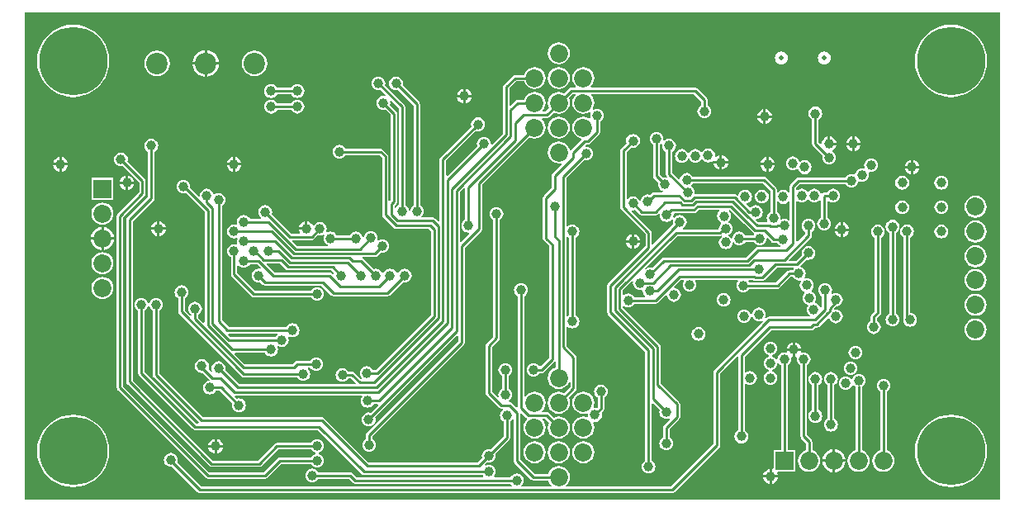
<source format=gbl>
G04*
G04 #@! TF.GenerationSoftware,Altium Limited,Altium Designer,19.0.4 (130)*
G04*
G04 Layer_Physical_Order=2*
G04 Layer_Color=16711680*
%FSLAX44Y44*%
%MOMM*%
G71*
G01*
G75*
%ADD14C,0.2540*%
%ADD57C,1.0000*%
%ADD58C,2.2000*%
%ADD59C,1.8500*%
%ADD60C,7.0000*%
%ADD61C,0.5000*%
%ADD62R,1.8500X1.8500*%
%ADD63R,1.8500X1.8500*%
G36*
X1000000Y500000D02*
Y0D01*
X0D01*
Y500000D01*
X1000000D01*
X1000000Y500000D01*
D02*
G37*
%LPC*%
G36*
X187270Y460990D02*
Y448770D01*
X199490D01*
X199191Y451035D01*
X197827Y454328D01*
X195657Y457157D01*
X192828Y459327D01*
X189535Y460691D01*
X187270Y460990D01*
D02*
G37*
G36*
X184730D02*
X182465Y460691D01*
X179172Y459327D01*
X176343Y457157D01*
X174173Y454328D01*
X172808Y451035D01*
X172510Y448770D01*
X184730D01*
Y460990D01*
D02*
G37*
G36*
X548000Y469147D02*
X545063Y468760D01*
X542326Y467627D01*
X539976Y465824D01*
X538173Y463474D01*
X537039Y460737D01*
X536653Y457800D01*
X537039Y454863D01*
X538173Y452127D01*
X539976Y449776D01*
X542326Y447973D01*
X545063Y446840D01*
X548000Y446453D01*
X550937Y446840D01*
X553674Y447973D01*
X556024Y449776D01*
X557827Y452127D01*
X558960Y454863D01*
X559347Y457800D01*
X558960Y460737D01*
X557827Y463474D01*
X556024Y465824D01*
X553674Y467627D01*
X550937Y468760D01*
X548000Y469147D01*
D02*
G37*
G36*
X820000Y459556D02*
X818303Y459333D01*
X816722Y458678D01*
X815364Y457636D01*
X814322Y456278D01*
X813667Y454697D01*
X813444Y453000D01*
X813667Y451303D01*
X814322Y449722D01*
X815364Y448364D01*
X816722Y447322D01*
X818303Y446667D01*
X820000Y446444D01*
X821697Y446667D01*
X823278Y447322D01*
X824636Y448364D01*
X825678Y449722D01*
X826333Y451303D01*
X826556Y453000D01*
X826333Y454697D01*
X825678Y456278D01*
X824636Y457636D01*
X823278Y458678D01*
X821697Y459333D01*
X820000Y459556D01*
D02*
G37*
G36*
X776000D02*
X774303Y459333D01*
X772722Y458678D01*
X771364Y457636D01*
X770322Y456278D01*
X769667Y454697D01*
X769444Y453000D01*
X769667Y451303D01*
X770322Y449722D01*
X771364Y448364D01*
X772722Y447322D01*
X774303Y446667D01*
X776000Y446444D01*
X777697Y446667D01*
X779278Y447322D01*
X780636Y448364D01*
X781678Y449722D01*
X782333Y451303D01*
X782556Y453000D01*
X782333Y454697D01*
X781678Y456278D01*
X780636Y457636D01*
X779278Y458678D01*
X777697Y459333D01*
X776000Y459556D01*
D02*
G37*
G36*
X236000Y460612D02*
X232606Y460165D01*
X229444Y458856D01*
X226728Y456772D01*
X224645Y454056D01*
X223335Y450894D01*
X222888Y447500D01*
X223335Y444106D01*
X224645Y440944D01*
X226728Y438228D01*
X229444Y436144D01*
X232606Y434835D01*
X236000Y434388D01*
X239394Y434835D01*
X242556Y436144D01*
X245272Y438228D01*
X247355Y440944D01*
X248665Y444106D01*
X249112Y447500D01*
X248665Y450894D01*
X247355Y454056D01*
X245272Y456772D01*
X242556Y458856D01*
X239394Y460165D01*
X236000Y460612D01*
D02*
G37*
G36*
X136000D02*
X132606Y460165D01*
X129444Y458856D01*
X126728Y456772D01*
X124644Y454056D01*
X123335Y450894D01*
X122888Y447500D01*
X123335Y444106D01*
X124644Y440944D01*
X126728Y438228D01*
X129444Y436144D01*
X132606Y434835D01*
X136000Y434388D01*
X139394Y434835D01*
X142556Y436144D01*
X145272Y438228D01*
X147355Y440944D01*
X148665Y444106D01*
X149112Y447500D01*
X148665Y450894D01*
X147355Y454056D01*
X145272Y456772D01*
X142556Y458856D01*
X139394Y460165D01*
X136000Y460612D01*
D02*
G37*
G36*
X199490Y446230D02*
X187270D01*
Y434010D01*
X189535Y434309D01*
X192828Y435673D01*
X195657Y437843D01*
X197827Y440672D01*
X199191Y443965D01*
X199490Y446230D01*
D02*
G37*
G36*
X184730D02*
X172510D01*
X172808Y443965D01*
X174173Y440672D01*
X176343Y437843D01*
X179172Y435673D01*
X182465Y434309D01*
X184730Y434010D01*
Y446230D01*
D02*
G37*
G36*
X280000Y426060D02*
X278173Y425820D01*
X276470Y425115D01*
X275008Y423992D01*
X273885Y422530D01*
X273804Y422334D01*
X259196D01*
X259114Y422530D01*
X257992Y423992D01*
X256530Y425115D01*
X254827Y425820D01*
X253000Y426060D01*
X251173Y425820D01*
X249470Y425115D01*
X248008Y423992D01*
X246886Y422530D01*
X246180Y420827D01*
X245940Y419000D01*
X246180Y417173D01*
X246886Y415470D01*
X248008Y414008D01*
X249470Y412886D01*
X251173Y412180D01*
X253000Y411940D01*
X254827Y412180D01*
X256530Y412886D01*
X257992Y414008D01*
X259114Y415470D01*
X259196Y415666D01*
X273804D01*
X273885Y415470D01*
X275008Y414008D01*
X276470Y412886D01*
X278173Y412180D01*
X280000Y411940D01*
X281827Y412180D01*
X283530Y412886D01*
X284992Y414008D01*
X286115Y415470D01*
X286820Y417173D01*
X287060Y419000D01*
X286820Y420827D01*
X286115Y422530D01*
X284992Y423992D01*
X283530Y425115D01*
X281827Y425820D01*
X280000Y426060D01*
D02*
G37*
G36*
X548000Y443747D02*
X545063Y443360D01*
X542326Y442227D01*
X539976Y440424D01*
X538173Y438074D01*
X537039Y435337D01*
X536653Y432400D01*
X537039Y429463D01*
X538173Y426726D01*
X539976Y424376D01*
X542326Y422573D01*
X545063Y421440D01*
X548000Y421053D01*
X550937Y421440D01*
X553674Y422573D01*
X556024Y424376D01*
X557827Y426726D01*
X558960Y429463D01*
X559347Y432400D01*
X558960Y435337D01*
X557827Y438074D01*
X556024Y440424D01*
X553674Y442227D01*
X550937Y443360D01*
X548000Y443747D01*
D02*
G37*
G36*
X573000D02*
X570063Y443360D01*
X567326Y442227D01*
X564976Y440424D01*
X563173Y438074D01*
X562039Y435337D01*
X561653Y432400D01*
X562039Y429463D01*
X563173Y426726D01*
X564976Y424376D01*
X565393Y424057D01*
X564985Y422854D01*
X560520D01*
X559244Y422600D01*
X558162Y421878D01*
X553276Y416991D01*
X550937Y417960D01*
X548000Y418347D01*
X545063Y417960D01*
X542326Y416827D01*
X539976Y415024D01*
X538173Y412673D01*
X537039Y409937D01*
X536653Y407000D01*
X537039Y404063D01*
X538009Y401724D01*
X534099Y397814D01*
X531418D01*
X531272Y398245D01*
X531106Y399084D01*
X532827Y401326D01*
X533960Y404063D01*
X534347Y407000D01*
X533960Y409937D01*
X532827Y412673D01*
X531024Y415024D01*
X528674Y416827D01*
X525937Y417960D01*
X523000Y418347D01*
X520063Y417960D01*
X517326Y416827D01*
X514976Y415024D01*
X513173Y412673D01*
X512204Y410334D01*
X506000D01*
X504724Y410080D01*
X503643Y409357D01*
X498507Y404222D01*
X497334Y404709D01*
Y421889D01*
X504511Y429066D01*
X512204D01*
X513173Y426726D01*
X514976Y424376D01*
X517326Y422573D01*
X520063Y421440D01*
X523000Y421053D01*
X525937Y421440D01*
X528674Y422573D01*
X531024Y424376D01*
X532827Y426726D01*
X533960Y429463D01*
X534347Y432400D01*
X533960Y435337D01*
X532827Y438074D01*
X531024Y440424D01*
X528674Y442227D01*
X525937Y443360D01*
X523000Y443747D01*
X520063Y443360D01*
X517326Y442227D01*
X514976Y440424D01*
X513173Y438074D01*
X512204Y435734D01*
X503130D01*
X501854Y435480D01*
X500773Y434757D01*
X491642Y425628D01*
X490920Y424546D01*
X490666Y423270D01*
Y375652D01*
X479239Y364225D01*
X478036Y364818D01*
X478060Y365000D01*
X477820Y366827D01*
X477114Y368530D01*
X475992Y369992D01*
X474530Y371115D01*
X472827Y371820D01*
X471000Y372060D01*
X469173Y371820D01*
X467470Y371115D01*
X466008Y369992D01*
X464885Y368530D01*
X464180Y366827D01*
X463940Y365000D01*
X464180Y363173D01*
X464262Y362976D01*
X433587Y332302D01*
X432414Y332789D01*
Y347699D01*
X462976Y378261D01*
X463173Y378180D01*
X465000Y377940D01*
X466827Y378180D01*
X468530Y378885D01*
X469992Y380008D01*
X471115Y381470D01*
X471820Y383173D01*
X472060Y385000D01*
X471820Y386827D01*
X471115Y388530D01*
X469992Y389992D01*
X468530Y391115D01*
X466827Y391820D01*
X465000Y392060D01*
X463173Y391820D01*
X461470Y391115D01*
X460008Y389992D01*
X458885Y388530D01*
X458180Y386827D01*
X457940Y385000D01*
X458180Y383173D01*
X458261Y382976D01*
X426722Y351437D01*
X426000Y350356D01*
X425746Y349080D01*
Y285629D01*
X424573Y285142D01*
X421357Y288358D01*
X420276Y289080D01*
X419000Y289334D01*
X407580D01*
X407149Y290604D01*
X407322Y290737D01*
X408444Y292200D01*
X409150Y293903D01*
X409390Y295730D01*
X409150Y297557D01*
X408444Y299260D01*
X407322Y300722D01*
X405860Y301845D01*
X405664Y301926D01*
Y405670D01*
X405410Y406946D01*
X404688Y408028D01*
X387738Y424977D01*
X387820Y425173D01*
X388060Y427000D01*
X387820Y428827D01*
X387114Y430530D01*
X385992Y431992D01*
X384530Y433115D01*
X382827Y433820D01*
X381000Y434060D01*
X379173Y433820D01*
X377470Y433115D01*
X376008Y431992D01*
X374885Y430530D01*
X374180Y428827D01*
X373940Y427000D01*
X374180Y425173D01*
X374885Y423470D01*
X376008Y422008D01*
X377470Y420886D01*
X379173Y420180D01*
X381000Y419940D01*
X382827Y420180D01*
X383023Y420261D01*
X398996Y404289D01*
Y301926D01*
X398800Y301845D01*
X397337Y300722D01*
X396216Y299260D01*
X395510Y297557D01*
X395295Y295925D01*
X394060Y296000D01*
X393820Y297827D01*
X393115Y299530D01*
X391992Y300992D01*
X390530Y302115D01*
X390334Y302196D01*
Y403000D01*
X390080Y404276D01*
X389357Y405358D01*
X369739Y424977D01*
X369820Y425173D01*
X370060Y427000D01*
X369820Y428827D01*
X369114Y430530D01*
X367993Y431992D01*
X366530Y433115D01*
X364827Y433820D01*
X363000Y434060D01*
X361173Y433820D01*
X359470Y433115D01*
X358008Y431992D01*
X356885Y430530D01*
X356180Y428827D01*
X355940Y427000D01*
X356180Y425173D01*
X356885Y423470D01*
X358008Y422008D01*
X359470Y420886D01*
X361173Y420180D01*
X363000Y419940D01*
X364827Y420180D01*
X365023Y420261D01*
X370292Y414993D01*
X369987Y414223D01*
X369645Y413844D01*
X368000Y414060D01*
X366173Y413820D01*
X364470Y413115D01*
X363008Y411992D01*
X361885Y410530D01*
X361180Y408827D01*
X360940Y407000D01*
X361180Y405173D01*
X361885Y403470D01*
X363008Y402008D01*
X364470Y400886D01*
X366173Y400180D01*
X368000Y399940D01*
X369827Y400180D01*
X370023Y400261D01*
X375666Y394619D01*
Y307381D01*
X374604Y306319D01*
X373334Y306845D01*
Y352000D01*
X373080Y353276D01*
X372357Y354357D01*
X367357Y359357D01*
X366276Y360080D01*
X365000Y360334D01*
X329196D01*
X329114Y360530D01*
X327992Y361992D01*
X326530Y363115D01*
X324827Y363820D01*
X323000Y364060D01*
X321173Y363820D01*
X319470Y363115D01*
X318008Y361992D01*
X316886Y360530D01*
X316180Y358827D01*
X315940Y357000D01*
X316180Y355173D01*
X316886Y353470D01*
X318008Y352008D01*
X319470Y350886D01*
X321173Y350180D01*
X323000Y349940D01*
X324827Y350180D01*
X326530Y350886D01*
X327992Y352008D01*
X329114Y353470D01*
X329196Y353666D01*
X363619D01*
X366666Y350619D01*
Y292000D01*
X366920Y290724D01*
X367643Y289643D01*
X378643Y278643D01*
X379724Y277920D01*
X381000Y277666D01*
X414619D01*
X416666Y275619D01*
Y189381D01*
X360619Y133334D01*
X357196D01*
X357114Y133530D01*
X355992Y134992D01*
X354530Y136115D01*
X352827Y136820D01*
X351000Y137060D01*
X349173Y136820D01*
X347470Y136115D01*
X346007Y134992D01*
X344885Y133530D01*
X344180Y131827D01*
X343940Y130000D01*
X344180Y128173D01*
X344885Y126470D01*
X345817Y125255D01*
X345637Y124337D01*
X345386Y123884D01*
X344918Y123797D01*
X338358Y130358D01*
X337276Y131080D01*
X336000Y131334D01*
X332196D01*
X332114Y131530D01*
X330993Y132992D01*
X329530Y134115D01*
X327827Y134820D01*
X326000Y135060D01*
X324173Y134820D01*
X322470Y134115D01*
X321008Y132992D01*
X319886Y131530D01*
X319180Y129827D01*
X318940Y128000D01*
X319180Y126173D01*
X319886Y124470D01*
X321008Y123008D01*
X322470Y121885D01*
X324173Y121180D01*
X326000Y120940D01*
X327827Y121180D01*
X329530Y121885D01*
X330993Y123008D01*
X332114Y124470D01*
X332196Y124666D01*
X334619D01*
X339778Y119507D01*
X339291Y118334D01*
X220381D01*
X205718Y132997D01*
X205800Y133193D01*
X206040Y135020D01*
X205800Y136847D01*
X205095Y138550D01*
X203972Y140013D01*
X202510Y141135D01*
X200807Y141840D01*
X198980Y142080D01*
X197153Y141840D01*
X195450Y141135D01*
X193988Y140013D01*
X192866Y138550D01*
X192160Y136847D01*
X191920Y135020D01*
X192160Y133193D01*
X192755Y131756D01*
X191679Y131036D01*
X188446Y134269D01*
X188820Y135173D01*
X189060Y137000D01*
X188820Y138827D01*
X188114Y140530D01*
X186992Y141993D01*
X185530Y143115D01*
X183827Y143820D01*
X182000Y144060D01*
X180173Y143820D01*
X178470Y143115D01*
X177008Y141993D01*
X175886Y140530D01*
X175180Y138827D01*
X174940Y137000D01*
X175180Y135173D01*
X175886Y133470D01*
X177008Y132008D01*
X178470Y130885D01*
X180173Y130180D01*
X182000Y129940D01*
X183189Y130096D01*
X190008Y123277D01*
X190008Y123257D01*
X189495Y121994D01*
X188173Y121820D01*
X186470Y121115D01*
X185008Y119992D01*
X183885Y118530D01*
X183180Y116827D01*
X182940Y115000D01*
X183180Y113173D01*
X183885Y111470D01*
X185008Y110008D01*
X186470Y108885D01*
X188173Y108180D01*
X190000Y107940D01*
X191827Y108180D01*
X193530Y108885D01*
X194992Y110008D01*
X196115Y111470D01*
X196196Y111666D01*
X200619D01*
X213261Y99024D01*
X213180Y98827D01*
X212940Y97000D01*
X213180Y95173D01*
X213885Y93470D01*
X215007Y92008D01*
X216470Y90885D01*
X218173Y90180D01*
X220000Y89940D01*
X221827Y90180D01*
X223530Y90885D01*
X224992Y92008D01*
X226115Y93470D01*
X226820Y95173D01*
X227060Y97000D01*
X226820Y98827D01*
X226115Y100530D01*
X224992Y101993D01*
X223530Y103115D01*
X221827Y103820D01*
X220000Y104060D01*
X218173Y103820D01*
X217976Y103739D01*
X215859Y105856D01*
X216385Y107126D01*
X345893D01*
X346519Y105856D01*
X345886Y105030D01*
X345180Y103327D01*
X344940Y101500D01*
X345180Y99673D01*
X345886Y97970D01*
X347008Y96508D01*
X348470Y95386D01*
X350173Y94680D01*
X352000Y94440D01*
X353827Y94680D01*
X355530Y95386D01*
X356992Y96508D01*
X358115Y97970D01*
X358196Y98166D01*
X362155D01*
X362681Y96896D01*
X355023Y89239D01*
X354827Y89320D01*
X353000Y89560D01*
X351173Y89320D01*
X349470Y88615D01*
X348008Y87492D01*
X346885Y86030D01*
X346180Y84327D01*
X345940Y82500D01*
X346180Y80673D01*
X346885Y78970D01*
X348008Y77508D01*
X349470Y76385D01*
X351173Y75680D01*
X353000Y75440D01*
X354827Y75680D01*
X356530Y76385D01*
X357993Y77508D01*
X359114Y78970D01*
X359820Y80673D01*
X360060Y82500D01*
X359820Y84327D01*
X359739Y84523D01*
X443493Y168277D01*
X444666Y167792D01*
Y162381D01*
X351075Y68790D01*
X350353Y67709D01*
X350099Y66433D01*
Y62196D01*
X349903Y62115D01*
X348440Y60992D01*
X347318Y59530D01*
X346613Y57827D01*
X346372Y56000D01*
X346613Y54173D01*
X347318Y52470D01*
X348440Y51007D01*
X349903Y49886D01*
X351605Y49180D01*
X353433Y48940D01*
X355260Y49180D01*
X356963Y49886D01*
X358425Y51007D01*
X359547Y52470D01*
X360253Y54173D01*
X360493Y56000D01*
X360253Y57827D01*
X359547Y59530D01*
X358425Y60992D01*
X356963Y62115D01*
X356767Y62196D01*
Y65052D01*
X450358Y158642D01*
X451080Y159724D01*
X451334Y161000D01*
Y258619D01*
X468358Y275643D01*
X469080Y276724D01*
X469334Y278000D01*
Y323219D01*
X517724Y371609D01*
X520063Y370640D01*
X523000Y370253D01*
X525937Y370640D01*
X528674Y371773D01*
X531024Y373576D01*
X532827Y375927D01*
X533960Y378663D01*
X534347Y381600D01*
X533960Y384537D01*
X532827Y387273D01*
X531024Y389624D01*
X530607Y389943D01*
X531015Y391146D01*
X535480D01*
X536756Y391400D01*
X537837Y392122D01*
X542724Y397009D01*
X545063Y396040D01*
X548000Y395653D01*
X550937Y396040D01*
X553674Y397173D01*
X556024Y398976D01*
X557827Y401326D01*
X558960Y404063D01*
X559347Y407000D01*
X558960Y409937D01*
X557991Y412276D01*
X561901Y416186D01*
X564582D01*
X564728Y415755D01*
X564894Y414916D01*
X563173Y412673D01*
X562039Y409937D01*
X561653Y407000D01*
X562039Y404063D01*
X563173Y401326D01*
X564976Y398976D01*
X567326Y397173D01*
X570063Y396040D01*
X573000Y395653D01*
X575937Y396040D01*
X578674Y397173D01*
X579684Y397949D01*
X580727Y397148D01*
X580180Y395827D01*
X579940Y394000D01*
X580180Y392173D01*
X580363Y391731D01*
X579320Y390931D01*
X578674Y391427D01*
X575937Y392560D01*
X573000Y392947D01*
X570063Y392560D01*
X567326Y391427D01*
X564976Y389624D01*
X563173Y387273D01*
X562039Y384537D01*
X561653Y381600D01*
X562039Y378663D01*
X563173Y375927D01*
X564976Y373576D01*
X567326Y371773D01*
X570063Y370640D01*
X571004Y370516D01*
X571460Y369175D01*
X560643Y358358D01*
X560393Y357984D01*
X559072Y358293D01*
X558960Y359137D01*
X557827Y361874D01*
X556024Y364224D01*
X553674Y366027D01*
X550937Y367160D01*
X548000Y367547D01*
X545063Y367160D01*
X542326Y366027D01*
X539976Y364224D01*
X538173Y361874D01*
X537039Y359137D01*
X536653Y356200D01*
X537039Y353263D01*
X538173Y350527D01*
X539976Y348176D01*
X542326Y346373D01*
X545063Y345240D01*
X548000Y344853D01*
X550697Y345208D01*
X551488Y344203D01*
X541642Y334357D01*
X540920Y333276D01*
X540666Y332000D01*
Y319901D01*
X532643Y311877D01*
X531920Y310796D01*
X531666Y309520D01*
Y268000D01*
X531920Y266724D01*
X532643Y265643D01*
X537666Y260619D01*
Y145381D01*
X529292Y137007D01*
X529139Y136945D01*
X527670Y137109D01*
X526992Y137992D01*
X525530Y139115D01*
X523827Y139820D01*
X522000Y140060D01*
X520173Y139820D01*
X518470Y139115D01*
X517008Y137992D01*
X515886Y136530D01*
X515180Y134827D01*
X514940Y133000D01*
X515180Y131173D01*
X515886Y129470D01*
X517008Y128007D01*
X518470Y126885D01*
X520173Y126180D01*
X522000Y125940D01*
X523827Y126180D01*
X525530Y126885D01*
X526992Y128007D01*
X528115Y129470D01*
X528196Y129666D01*
X530000D01*
X531276Y129920D01*
X532357Y130642D01*
X543316Y141601D01*
X543494Y141593D01*
X544586Y141195D01*
Y135563D01*
X542326Y134627D01*
X539976Y132824D01*
X538173Y130473D01*
X537040Y127737D01*
X536653Y124800D01*
X537040Y121863D01*
X538173Y119127D01*
X539976Y116776D01*
X542326Y114973D01*
X545063Y113840D01*
X548000Y113453D01*
X550937Y113840D01*
X553674Y114973D01*
X556024Y116776D01*
X557827Y119127D01*
X558396Y120500D01*
X559666Y120248D01*
Y115781D01*
X553276Y109391D01*
X550937Y110360D01*
X548000Y110747D01*
X545063Y110360D01*
X542326Y109227D01*
X539976Y107424D01*
X538173Y105073D01*
X537040Y102337D01*
X536653Y99400D01*
X537040Y96463D01*
X538173Y93727D01*
X539976Y91376D01*
X542326Y89573D01*
X545063Y88440D01*
X548000Y88053D01*
X550937Y88440D01*
X553674Y89573D01*
X556024Y91376D01*
X557827Y93727D01*
X558960Y96463D01*
X559347Y99400D01*
X558960Y102337D01*
X557991Y104676D01*
X565358Y112043D01*
X566080Y113124D01*
X566334Y114400D01*
Y146100D01*
X566080Y147375D01*
X565358Y148457D01*
X555794Y158020D01*
Y177317D01*
X556804Y177737D01*
X557064Y177778D01*
X558470Y176699D01*
X560173Y175994D01*
X562000Y175753D01*
X563827Y175994D01*
X565530Y176699D01*
X566992Y177821D01*
X568115Y179284D01*
X568820Y180986D01*
X569060Y182814D01*
X568820Y184641D01*
X568115Y186344D01*
X566992Y187806D01*
X565530Y188928D01*
X565334Y189009D01*
Y268804D01*
X565530Y268885D01*
X566992Y270008D01*
X568115Y271470D01*
X568820Y273173D01*
X569060Y275000D01*
X568820Y276827D01*
X568115Y278530D01*
X566992Y279993D01*
X565530Y281115D01*
X563827Y281820D01*
X562000Y282060D01*
X560173Y281820D01*
X558470Y281115D01*
X557064Y280036D01*
X556804Y280077D01*
X555794Y280497D01*
Y330079D01*
X573977Y348261D01*
X574173Y348180D01*
X576000Y347940D01*
X577827Y348180D01*
X579530Y348885D01*
X580992Y350008D01*
X582114Y351470D01*
X582820Y353173D01*
X583060Y355000D01*
X582820Y356827D01*
X582114Y358530D01*
X580992Y359992D01*
X579530Y361115D01*
X577827Y361820D01*
X576000Y362060D01*
X575507Y361995D01*
X574913Y363198D01*
X575881Y364166D01*
X577500D01*
X578776Y364420D01*
X579857Y365142D01*
X589357Y374642D01*
X590080Y375724D01*
X590334Y377000D01*
Y387804D01*
X590530Y387886D01*
X591992Y389008D01*
X593115Y390470D01*
X593820Y392173D01*
X594060Y394000D01*
X593820Y395827D01*
X593115Y397530D01*
X591992Y398992D01*
X590530Y400115D01*
X588827Y400820D01*
X587000Y401060D01*
X585173Y400820D01*
X583470Y400115D01*
X582632Y401072D01*
X582827Y401326D01*
X583960Y404063D01*
X584347Y407000D01*
X583960Y409937D01*
X582827Y412673D01*
X581106Y414916D01*
X581272Y415755D01*
X581418Y416186D01*
X686099D01*
X693666Y408619D01*
Y404196D01*
X693470Y404114D01*
X692008Y402992D01*
X690885Y401530D01*
X690180Y399827D01*
X689940Y398000D01*
X690180Y396173D01*
X690885Y394470D01*
X692008Y393008D01*
X693470Y391885D01*
X695173Y391180D01*
X697000Y390940D01*
X698827Y391180D01*
X700530Y391885D01*
X701992Y393008D01*
X703114Y394470D01*
X703820Y396173D01*
X704060Y398000D01*
X703820Y399827D01*
X703114Y401530D01*
X701992Y402992D01*
X700530Y404114D01*
X700334Y404196D01*
Y410000D01*
X700080Y411276D01*
X699358Y412357D01*
X689837Y421878D01*
X688756Y422600D01*
X687480Y422854D01*
X581015D01*
X580607Y424057D01*
X581024Y424376D01*
X582827Y426726D01*
X583960Y429463D01*
X584347Y432400D01*
X583960Y435337D01*
X582827Y438074D01*
X581024Y440424D01*
X578674Y442227D01*
X575937Y443360D01*
X573000Y443747D01*
D02*
G37*
G36*
X452270Y421438D02*
Y415270D01*
X458438D01*
X458346Y415968D01*
X457586Y417803D01*
X456378Y419378D01*
X454803Y420586D01*
X452968Y421346D01*
X452270Y421438D01*
D02*
G37*
G36*
X449730D02*
X449032Y421346D01*
X447197Y420586D01*
X445622Y419378D01*
X444414Y417803D01*
X443654Y415968D01*
X443562Y415270D01*
X449730D01*
Y421438D01*
D02*
G37*
G36*
X950000Y487114D02*
X944194Y486657D01*
X938531Y485298D01*
X933150Y483069D01*
X928185Y480026D01*
X923756Y476244D01*
X919974Y471815D01*
X916931Y466850D01*
X914702Y461469D01*
X913343Y455806D01*
X912886Y450000D01*
X913343Y444194D01*
X914702Y438531D01*
X916931Y433150D01*
X919974Y428185D01*
X923756Y423756D01*
X928185Y419974D01*
X933150Y416931D01*
X938531Y414702D01*
X944194Y413343D01*
X950000Y412886D01*
X955806Y413343D01*
X961469Y414702D01*
X966850Y416931D01*
X971815Y419974D01*
X976244Y423756D01*
X980026Y428185D01*
X983069Y433150D01*
X985298Y438531D01*
X986657Y444194D01*
X987114Y450000D01*
X986657Y455806D01*
X985298Y461469D01*
X983069Y466850D01*
X980026Y471815D01*
X976244Y476244D01*
X971815Y480026D01*
X966850Y483069D01*
X961469Y485298D01*
X955806Y486657D01*
X950000Y487114D01*
D02*
G37*
G36*
X50000D02*
X44194Y486657D01*
X38531Y485298D01*
X33150Y483069D01*
X28185Y480026D01*
X23756Y476244D01*
X19974Y471815D01*
X16931Y466850D01*
X14702Y461469D01*
X13342Y455806D01*
X12886Y450000D01*
X13342Y444194D01*
X14702Y438531D01*
X16931Y433150D01*
X19974Y428185D01*
X23756Y423756D01*
X28185Y419974D01*
X33150Y416931D01*
X38531Y414702D01*
X44194Y413343D01*
X50000Y412886D01*
X55806Y413343D01*
X61469Y414702D01*
X66850Y416931D01*
X71815Y419974D01*
X76244Y423756D01*
X80026Y428185D01*
X83069Y433150D01*
X85298Y438531D01*
X86657Y444194D01*
X87114Y450000D01*
X86657Y455806D01*
X85298Y461469D01*
X83069Y466850D01*
X80026Y471815D01*
X76244Y476244D01*
X71815Y480026D01*
X66850Y483069D01*
X61469Y485298D01*
X55806Y486657D01*
X50000Y487114D01*
D02*
G37*
G36*
X458438Y412730D02*
X452270D01*
Y406562D01*
X452968Y406654D01*
X454803Y407414D01*
X456378Y408622D01*
X457586Y410197D01*
X458346Y412032D01*
X458438Y412730D01*
D02*
G37*
G36*
X449730D02*
X443562D01*
X443654Y412032D01*
X444414Y410197D01*
X445622Y408622D01*
X447197Y407414D01*
X449032Y406654D01*
X449730Y406562D01*
Y412730D01*
D02*
G37*
G36*
X280000Y410060D02*
X278173Y409820D01*
X276470Y409114D01*
X275008Y407993D01*
X273885Y406530D01*
X273804Y406334D01*
X259196D01*
X259114Y406530D01*
X257992Y407993D01*
X256530Y409114D01*
X254827Y409820D01*
X253000Y410060D01*
X251173Y409820D01*
X249470Y409114D01*
X248008Y407993D01*
X246886Y406530D01*
X246180Y404827D01*
X245940Y403000D01*
X246180Y401173D01*
X246886Y399470D01*
X248008Y398008D01*
X249470Y396885D01*
X251173Y396180D01*
X253000Y395940D01*
X254827Y396180D01*
X256530Y396885D01*
X257992Y398008D01*
X259114Y399470D01*
X259196Y399666D01*
X273804D01*
X273885Y399470D01*
X275008Y398008D01*
X276470Y396885D01*
X278173Y396180D01*
X280000Y395940D01*
X281827Y396180D01*
X283530Y396885D01*
X284992Y398008D01*
X286115Y399470D01*
X286820Y401173D01*
X287060Y403000D01*
X286820Y404827D01*
X286115Y406530D01*
X284992Y407993D01*
X283530Y409114D01*
X281827Y409820D01*
X280000Y410060D01*
D02*
G37*
G36*
X760270Y400438D02*
Y394270D01*
X766438D01*
X766346Y394968D01*
X765586Y396802D01*
X764378Y398378D01*
X762803Y399586D01*
X760968Y400346D01*
X760270Y400438D01*
D02*
G37*
G36*
X757730D02*
X757032Y400346D01*
X755198Y399586D01*
X753622Y398378D01*
X752414Y396802D01*
X751654Y394968D01*
X751562Y394270D01*
X757730D01*
Y400438D01*
D02*
G37*
G36*
X766438Y391730D02*
X760270D01*
Y385562D01*
X760968Y385654D01*
X762803Y386414D01*
X764378Y387622D01*
X765586Y389198D01*
X766346Y391032D01*
X766438Y391730D01*
D02*
G37*
G36*
X757730D02*
X751562D01*
X751654Y391032D01*
X752414Y389198D01*
X753622Y387622D01*
X755198Y386414D01*
X757032Y385654D01*
X757730Y385562D01*
Y391730D01*
D02*
G37*
G36*
X548000Y392947D02*
X545063Y392560D01*
X542326Y391427D01*
X539976Y389624D01*
X538173Y387273D01*
X537039Y384537D01*
X536653Y381600D01*
X537039Y378663D01*
X538173Y375927D01*
X539976Y373576D01*
X542326Y371773D01*
X545063Y370640D01*
X548000Y370253D01*
X550937Y370640D01*
X553674Y371773D01*
X556024Y373576D01*
X557827Y375927D01*
X558960Y378663D01*
X559347Y381600D01*
X558960Y384537D01*
X557827Y387273D01*
X556024Y389624D01*
X553674Y391427D01*
X550937Y392560D01*
X548000Y392947D01*
D02*
G37*
G36*
X851270Y372438D02*
Y366270D01*
X857438D01*
X857346Y366968D01*
X856586Y368802D01*
X855378Y370378D01*
X853802Y371586D01*
X851968Y372346D01*
X851270Y372438D01*
D02*
G37*
G36*
X848730D02*
X848032Y372346D01*
X846198Y371586D01*
X844622Y370378D01*
X843414Y368802D01*
X842654Y366968D01*
X842562Y366270D01*
X848730D01*
Y372438D01*
D02*
G37*
G36*
X826270D02*
Y366270D01*
X832438D01*
X832346Y366968D01*
X831586Y368802D01*
X830378Y370378D01*
X828802Y371586D01*
X826968Y372346D01*
X826270Y372438D01*
D02*
G37*
G36*
X648000Y377060D02*
X646173Y376820D01*
X644470Y376115D01*
X643008Y374992D01*
X641886Y373530D01*
X641180Y371827D01*
X640940Y370000D01*
X641180Y368173D01*
X641886Y366470D01*
X643008Y365008D01*
X644470Y363885D01*
X644666Y363804D01*
Y331850D01*
X644920Y330574D01*
X645642Y329492D01*
X649739Y325396D01*
X649657Y325200D01*
X649417Y323373D01*
X649657Y321545D01*
X650363Y319843D01*
X651485Y318380D01*
X652947Y317258D01*
X654650Y316553D01*
X654414Y315334D01*
X645459D01*
X644183Y315080D01*
X643102Y314357D01*
X641348Y312604D01*
X640827Y312820D01*
X639000Y313060D01*
X637173Y312820D01*
X635470Y312115D01*
X634007Y310992D01*
X632886Y309530D01*
X632180Y307827D01*
X631984Y306336D01*
X630682Y306160D01*
X630115Y307530D01*
X628992Y308992D01*
X627530Y310114D01*
X625827Y310820D01*
X624000Y311060D01*
X622173Y310820D01*
X620470Y310114D01*
X619008Y308992D01*
X618604Y308467D01*
X617334Y308898D01*
Y356619D01*
X621977Y361261D01*
X622173Y361180D01*
X624000Y360940D01*
X625827Y361180D01*
X627530Y361885D01*
X628992Y363008D01*
X630115Y364470D01*
X630820Y366173D01*
X631060Y368000D01*
X630820Y369827D01*
X630115Y371530D01*
X628992Y372992D01*
X627530Y374114D01*
X625827Y374820D01*
X624000Y375060D01*
X622173Y374820D01*
X620470Y374114D01*
X619008Y372992D01*
X617886Y371530D01*
X617180Y369827D01*
X616940Y368000D01*
X617180Y366173D01*
X617262Y365976D01*
X611642Y360358D01*
X610920Y359276D01*
X610666Y358000D01*
Y300000D01*
X610920Y298724D01*
X611642Y297642D01*
X636666Y272619D01*
Y260222D01*
X598563Y222119D01*
X597840Y221037D01*
X597586Y219761D01*
Y192080D01*
X597840Y190804D01*
X598563Y189722D01*
X636586Y151699D01*
Y40163D01*
X636470Y40114D01*
X635008Y38993D01*
X633885Y37530D01*
X633180Y35827D01*
X632940Y34000D01*
X633180Y32173D01*
X633885Y30470D01*
X635008Y29008D01*
X636470Y27885D01*
X638173Y27180D01*
X640000Y26940D01*
X641827Y27180D01*
X643530Y27885D01*
X644992Y29008D01*
X646115Y30470D01*
X646820Y32173D01*
X647060Y34000D01*
X646820Y35827D01*
X646115Y37530D01*
X644992Y38993D01*
X643530Y40114D01*
X643254Y40229D01*
Y98371D01*
X644427Y98858D01*
X651262Y92023D01*
X651180Y91827D01*
X650940Y90000D01*
X651180Y88173D01*
X651886Y86470D01*
X653008Y85008D01*
X654470Y83885D01*
X656173Y83180D01*
X658000Y82940D01*
X659827Y83180D01*
X661264Y83775D01*
X661984Y82699D01*
X655642Y76357D01*
X654920Y75276D01*
X654666Y74000D01*
Y64196D01*
X654470Y64114D01*
X653008Y62993D01*
X651886Y61530D01*
X651180Y59827D01*
X650940Y58000D01*
X651180Y56173D01*
X651886Y54470D01*
X653008Y53008D01*
X654470Y51885D01*
X656173Y51180D01*
X658000Y50940D01*
X659827Y51180D01*
X661530Y51885D01*
X662992Y53008D01*
X664115Y54470D01*
X664820Y56173D01*
X665060Y58000D01*
X664820Y59827D01*
X664115Y61530D01*
X662992Y62993D01*
X661530Y64114D01*
X661334Y64196D01*
Y72619D01*
X671357Y82642D01*
X672080Y83724D01*
X672334Y85000D01*
Y98000D01*
X672080Y99276D01*
X671358Y100358D01*
X652334Y119381D01*
Y156841D01*
X652080Y158117D01*
X651357Y159199D01*
X613348Y197208D01*
X613455Y198442D01*
X614604Y199009D01*
X615470Y198345D01*
X617173Y197639D01*
X619000Y197399D01*
X620827Y197639D01*
X622530Y198345D01*
X623993Y199467D01*
X625115Y200929D01*
X625196Y201125D01*
X647490D01*
X648766Y201379D01*
X649847Y202102D01*
X657799Y210053D01*
X659062Y209521D01*
X659240Y208173D01*
X659945Y206470D01*
X661067Y205008D01*
X662529Y203885D01*
X664232Y203180D01*
X666059Y202940D01*
X667887Y203180D01*
X669590Y203885D01*
X671052Y205008D01*
X672174Y206470D01*
X672879Y208173D01*
X673120Y210000D01*
X672879Y211827D01*
X672174Y213530D01*
X671052Y214993D01*
X669590Y216115D01*
X667887Y216820D01*
X666539Y216997D01*
X666006Y218261D01*
X673371Y225625D01*
X675708D01*
X676334Y224355D01*
X675885Y223770D01*
X675180Y222067D01*
X674940Y220240D01*
X675180Y218413D01*
X675885Y216710D01*
X677008Y215247D01*
X678470Y214125D01*
X680173Y213420D01*
X682000Y213180D01*
X683827Y213420D01*
X685530Y214125D01*
X686992Y215247D01*
X688114Y216710D01*
X688820Y218413D01*
X689060Y220240D01*
X688820Y222067D01*
X688114Y223770D01*
X687666Y224355D01*
X688292Y225625D01*
X731171D01*
X731702Y224355D01*
X730885Y223291D01*
X730180Y221588D01*
X729940Y219761D01*
X730180Y217934D01*
X730885Y216231D01*
X732008Y214769D01*
X733470Y213647D01*
X735173Y212941D01*
X737000Y212701D01*
X738827Y212941D01*
X740530Y213647D01*
X741992Y214769D01*
X743114Y216231D01*
X743196Y216427D01*
X772239D01*
X773515Y216681D01*
X774596Y217404D01*
X785859Y228666D01*
X787804D01*
X787886Y228470D01*
X789008Y227008D01*
X790470Y225886D01*
X792173Y225180D01*
X794000Y224940D01*
X795520Y225140D01*
X796105Y224410D01*
X796251Y224007D01*
X795885Y223530D01*
X795180Y221827D01*
X794940Y220000D01*
X795180Y218173D01*
X795885Y216470D01*
X797008Y215008D01*
X798470Y213886D01*
X799456Y213477D01*
X799648Y212023D01*
X799607Y211992D01*
X798485Y210530D01*
X797780Y208827D01*
X797540Y207000D01*
X797780Y205173D01*
X798485Y203470D01*
X799607Y202008D01*
X801070Y200886D01*
X802773Y200180D01*
X803043Y200145D01*
X803529Y198971D01*
X803190Y198530D01*
X802485Y196827D01*
X802244Y195000D01*
X802485Y193173D01*
X803190Y191470D01*
X804312Y190007D01*
X805542Y189064D01*
X805371Y188110D01*
X805206Y187794D01*
X763460D01*
X762184Y187540D01*
X761103Y186818D01*
X760301Y186016D01*
X759225Y186736D01*
X759820Y188173D01*
X760060Y190000D01*
X759820Y191827D01*
X759115Y193530D01*
X757992Y194992D01*
X756530Y196115D01*
X754827Y196820D01*
X753000Y197060D01*
X751173Y196820D01*
X749470Y196115D01*
X748008Y194992D01*
X746886Y193530D01*
X746180Y191827D01*
X745993Y190406D01*
X744692Y190255D01*
X744115Y191650D01*
X742992Y193112D01*
X741530Y194234D01*
X739827Y194940D01*
X738000Y195180D01*
X736173Y194940D01*
X734470Y194234D01*
X733008Y193112D01*
X731886Y191650D01*
X731180Y189947D01*
X730940Y188120D01*
X731180Y186292D01*
X731886Y184590D01*
X733008Y183127D01*
X734470Y182005D01*
X736173Y181300D01*
X738000Y181059D01*
X739827Y181300D01*
X741530Y182005D01*
X742992Y183127D01*
X744115Y184590D01*
X744820Y186292D01*
X745007Y187713D01*
X746308Y187865D01*
X746886Y186470D01*
X748008Y185008D01*
X749470Y183885D01*
X751173Y183180D01*
X753000Y182940D01*
X754827Y183180D01*
X756264Y183775D01*
X756984Y182699D01*
X707643Y133357D01*
X706920Y132276D01*
X706666Y131000D01*
Y57381D01*
X662619Y13334D01*
X555709D01*
X555278Y14604D01*
X556024Y15176D01*
X557827Y17527D01*
X558960Y20263D01*
X559347Y23200D01*
X558960Y26137D01*
X557827Y28874D01*
X556024Y31224D01*
X553674Y33027D01*
X550937Y34160D01*
X548000Y34547D01*
X545063Y34160D01*
X542326Y33027D01*
X539976Y31224D01*
X538173Y28874D01*
X537204Y26534D01*
X523181D01*
X508334Y41381D01*
Y88155D01*
X509604Y88681D01*
X514123Y84163D01*
X514954Y83607D01*
X515168Y82614D01*
X515149Y82156D01*
X514976Y82024D01*
X513173Y79674D01*
X512040Y76937D01*
X511653Y74000D01*
X512040Y71063D01*
X513173Y68327D01*
X514976Y65976D01*
X517326Y64173D01*
X520063Y63040D01*
X523000Y62653D01*
X525937Y63040D01*
X528674Y64173D01*
X531024Y65976D01*
X532827Y68327D01*
X533960Y71063D01*
X534347Y74000D01*
X533960Y76937D01*
X532827Y79674D01*
X531106Y81916D01*
X531272Y82755D01*
X531418Y83186D01*
X534099D01*
X538009Y79276D01*
X537040Y76937D01*
X536653Y74000D01*
X537040Y71063D01*
X538173Y68327D01*
X539976Y65976D01*
X542326Y64173D01*
X545063Y63040D01*
X548000Y62653D01*
X550937Y63040D01*
X553674Y64173D01*
X556024Y65976D01*
X557827Y68327D01*
X558960Y71063D01*
X559347Y74000D01*
X558960Y76937D01*
X557827Y79674D01*
X556024Y82024D01*
X553674Y83827D01*
X550937Y84960D01*
X548000Y85347D01*
X545063Y84960D01*
X542724Y83991D01*
X537837Y88877D01*
X536756Y89600D01*
X535480Y89854D01*
X531015D01*
X530607Y91057D01*
X531024Y91376D01*
X532827Y93727D01*
X533960Y96463D01*
X534347Y99400D01*
X533960Y102337D01*
X532827Y105073D01*
X531024Y107424D01*
X528674Y109227D01*
X525937Y110360D01*
X523000Y110747D01*
X520063Y110360D01*
X517326Y109227D01*
X514976Y107424D01*
X513604Y105635D01*
X512334Y106066D01*
Y208804D01*
X512530Y208885D01*
X513992Y210008D01*
X515115Y211470D01*
X515820Y213173D01*
X516060Y215000D01*
X515820Y216827D01*
X515115Y218530D01*
X513992Y219992D01*
X512530Y221115D01*
X510827Y221820D01*
X509000Y222060D01*
X507173Y221820D01*
X505470Y221115D01*
X504008Y219992D01*
X502886Y218530D01*
X502180Y216827D01*
X501940Y215000D01*
X502180Y213173D01*
X502886Y211470D01*
X504008Y210008D01*
X505470Y208885D01*
X505666Y208804D01*
Y95345D01*
X504396Y94819D01*
X499857Y99358D01*
X498776Y100080D01*
X497500Y100334D01*
X497140D01*
X496815Y101604D01*
X497993Y102507D01*
X499114Y103970D01*
X499820Y105673D01*
X500060Y107500D01*
X499820Y109327D01*
X499114Y111030D01*
X497993Y112492D01*
X496530Y113615D01*
X496334Y113696D01*
Y126804D01*
X496530Y126885D01*
X497993Y128007D01*
X499114Y129470D01*
X499820Y131173D01*
X500060Y133000D01*
X499820Y134827D01*
X499114Y136530D01*
X497993Y137992D01*
X496530Y139115D01*
X494827Y139820D01*
X493000Y140060D01*
X491173Y139820D01*
X489470Y139115D01*
X488008Y137992D01*
X486885Y136530D01*
X486180Y134827D01*
X485940Y133000D01*
X486180Y131173D01*
X486885Y129470D01*
X488008Y128007D01*
X489470Y126885D01*
X489666Y126804D01*
Y113696D01*
X489470Y113615D01*
X488008Y112492D01*
X486885Y111030D01*
X486180Y109327D01*
X485940Y107500D01*
X486156Y105855D01*
X485777Y105513D01*
X485007Y105208D01*
X479334Y110881D01*
Y156389D01*
X486357Y163412D01*
X487080Y164494D01*
X487334Y165770D01*
Y286804D01*
X487530Y286886D01*
X488992Y288008D01*
X490115Y289470D01*
X490820Y291173D01*
X491060Y293000D01*
X490820Y294827D01*
X490115Y296530D01*
X488992Y297992D01*
X487530Y299114D01*
X485827Y299820D01*
X484000Y300060D01*
X482173Y299820D01*
X480470Y299114D01*
X479008Y297992D01*
X477886Y296530D01*
X477180Y294827D01*
X476940Y293000D01*
X477180Y291173D01*
X477886Y289470D01*
X479008Y288008D01*
X480470Y286886D01*
X480666Y286804D01*
Y167151D01*
X473643Y160128D01*
X472920Y159046D01*
X472666Y157770D01*
Y109500D01*
X472920Y108224D01*
X473643Y107142D01*
X486143Y94642D01*
X487224Y93920D01*
X488500Y93666D01*
X490266D01*
X490639Y92396D01*
X489487Y91512D01*
X488366Y90050D01*
X487660Y88347D01*
X487420Y86520D01*
X487660Y84693D01*
X488366Y82990D01*
X489487Y81528D01*
X490950Y80406D01*
X491146Y80324D01*
Y64861D01*
X478023Y51739D01*
X477827Y51820D01*
X476000Y52060D01*
X474173Y51820D01*
X472470Y51115D01*
X471007Y49992D01*
X469885Y48530D01*
X469180Y46827D01*
X468940Y45000D01*
X469180Y43173D01*
X469261Y42976D01*
X464619Y38334D01*
X352802D01*
X307238Y83897D01*
X306156Y84620D01*
X304881Y84874D01*
X182841D01*
X138334Y129381D01*
Y193804D01*
X138530Y193885D01*
X139993Y195008D01*
X141115Y196470D01*
X141820Y198173D01*
X142060Y200000D01*
X141820Y201827D01*
X141115Y203530D01*
X139993Y204993D01*
X138530Y206115D01*
X136827Y206820D01*
X135000Y207060D01*
X133173Y206820D01*
X131470Y206115D01*
X130008Y204993D01*
X128885Y203530D01*
X128180Y201827D01*
X128140Y201526D01*
X126860D01*
X126820Y201827D01*
X126115Y203530D01*
X124992Y204993D01*
X123530Y206115D01*
X121827Y206820D01*
X120000Y207060D01*
X118173Y206820D01*
X116470Y206115D01*
X115007Y204993D01*
X113885Y203530D01*
X113180Y201827D01*
X112940Y200000D01*
X113180Y198173D01*
X113885Y196470D01*
X115007Y195008D01*
X116470Y193885D01*
X116666Y193804D01*
Y130000D01*
X116920Y128724D01*
X117642Y127642D01*
X172642Y72642D01*
X173724Y71920D01*
X175000Y71666D01*
X300619D01*
X345643Y26642D01*
X346724Y25920D01*
X348000Y25666D01*
X469804D01*
X469885Y25470D01*
X470550Y24604D01*
X469924Y23334D01*
X340131D01*
X336107Y27357D01*
X335026Y28080D01*
X333750Y28334D01*
X301196D01*
X301115Y28530D01*
X299992Y29992D01*
X298530Y31114D01*
X296827Y31820D01*
X295000Y32060D01*
X293173Y31820D01*
X291470Y31114D01*
X290007Y29992D01*
X288885Y28530D01*
X288180Y26827D01*
X287940Y25000D01*
X288180Y23173D01*
X288885Y21470D01*
X290007Y20008D01*
X291470Y18886D01*
X293173Y18180D01*
X295000Y17940D01*
X296827Y18180D01*
X298530Y18886D01*
X299992Y20008D01*
X301115Y21470D01*
X301196Y21666D01*
X332369D01*
X336393Y17643D01*
X337474Y16920D01*
X338750Y16666D01*
X498534D01*
X498615Y16470D01*
X499738Y15008D01*
X500263Y14604D01*
X499832Y13334D01*
X181381Y13334D01*
X156446Y38269D01*
X156820Y39173D01*
X157060Y41000D01*
X156820Y42827D01*
X156115Y44530D01*
X154993Y45992D01*
X153530Y47115D01*
X151827Y47820D01*
X150000Y48060D01*
X148173Y47820D01*
X146470Y47115D01*
X145008Y45992D01*
X143885Y44530D01*
X143180Y42827D01*
X142940Y41000D01*
X143180Y39173D01*
X143885Y37470D01*
X145008Y36007D01*
X146470Y34885D01*
X148173Y34180D01*
X150000Y33940D01*
X151189Y34096D01*
X177642Y7642D01*
X178724Y6920D01*
X180000Y6666D01*
X664000Y6666D01*
X665276Y6920D01*
X666357Y7642D01*
X712357Y53643D01*
X713080Y54724D01*
X713334Y56000D01*
Y129619D01*
X730493Y146777D01*
X731666Y146292D01*
Y71196D01*
X731470Y71115D01*
X730008Y69992D01*
X728885Y68530D01*
X728180Y66827D01*
X727940Y65000D01*
X728180Y63173D01*
X728885Y61470D01*
X730008Y60008D01*
X731470Y58885D01*
X733173Y58180D01*
X735000Y57940D01*
X736827Y58180D01*
X738530Y58885D01*
X739992Y60008D01*
X741115Y61470D01*
X741820Y63173D01*
X742060Y65000D01*
X741820Y66827D01*
X741115Y68530D01*
X739992Y69992D01*
X738530Y71115D01*
X738334Y71196D01*
Y118924D01*
X739604Y119550D01*
X740470Y118885D01*
X742173Y118180D01*
X744000Y117940D01*
X745827Y118180D01*
X747530Y118885D01*
X748992Y120008D01*
X750115Y121470D01*
X750820Y123173D01*
X751060Y125000D01*
X750820Y126827D01*
X750115Y128530D01*
X748992Y129993D01*
X747530Y131115D01*
X745827Y131820D01*
X744000Y132060D01*
X742173Y131820D01*
X740470Y131115D01*
X739604Y130450D01*
X738334Y131076D01*
Y146599D01*
X765401Y173666D01*
X806421D01*
X807696Y173920D01*
X808778Y174643D01*
X810722Y176586D01*
X812340D01*
X813616Y176840D01*
X814698Y177563D01*
X823946Y186810D01*
X825148Y186402D01*
X825179Y186172D01*
X825884Y184469D01*
X827006Y183007D01*
X828468Y181885D01*
X830171Y181180D01*
X831998Y180939D01*
X833826Y181180D01*
X835528Y181885D01*
X836991Y183007D01*
X838113Y184469D01*
X838818Y186172D01*
X839059Y188000D01*
X838818Y189827D01*
X838113Y191530D01*
X836991Y192992D01*
X835528Y194114D01*
X833826Y194819D01*
X831998Y195060D01*
X830839Y194907D01*
X830246Y196110D01*
X832087Y197951D01*
X833827Y198180D01*
X835530Y198885D01*
X836992Y200008D01*
X838114Y201470D01*
X838820Y203173D01*
X839060Y205000D01*
X838820Y206827D01*
X838114Y208530D01*
X836992Y209992D01*
X835530Y211115D01*
X833827Y211820D01*
X832000Y212060D01*
X830173Y211820D01*
X828470Y211115D01*
X828249Y210945D01*
X827239Y211771D01*
X827820Y213173D01*
X828060Y215000D01*
X827820Y216827D01*
X827114Y218530D01*
X825993Y219992D01*
X824530Y221115D01*
X822827Y221820D01*
X821000Y222060D01*
X819173Y221820D01*
X817470Y221115D01*
X816008Y219992D01*
X814885Y218530D01*
X814180Y216827D01*
X813940Y215000D01*
X814180Y213173D01*
X814885Y211470D01*
X816008Y210008D01*
X817470Y208885D01*
X817666Y208804D01*
Y197582D01*
X817296Y197317D01*
X815737Y197762D01*
X815419Y198530D01*
X814297Y199992D01*
X812835Y201115D01*
X811132Y201820D01*
X810862Y201855D01*
X810376Y203029D01*
X810714Y203470D01*
X811420Y205173D01*
X811660Y207000D01*
X811420Y208827D01*
X810714Y210530D01*
X809592Y211992D01*
X808130Y213114D01*
X807144Y213523D01*
X806953Y214977D01*
X806992Y215008D01*
X808114Y216470D01*
X808820Y218173D01*
X809060Y220000D01*
X808820Y221827D01*
X808114Y223530D01*
X806992Y224993D01*
X805530Y226115D01*
X803827Y226820D01*
X802000Y227060D01*
X800480Y226860D01*
X799894Y227590D01*
X799749Y227993D01*
X800115Y228470D01*
X800820Y230173D01*
X801060Y232000D01*
X800820Y233827D01*
X800115Y235530D01*
X798992Y236992D01*
X797530Y238114D01*
X796183Y238672D01*
X795708Y239993D01*
X801976Y246261D01*
X802173Y246180D01*
X804000Y245940D01*
X805827Y246180D01*
X807530Y246886D01*
X808992Y248008D01*
X810115Y249470D01*
X810820Y251173D01*
X811060Y253000D01*
X810820Y254827D01*
X810115Y256530D01*
X808992Y257992D01*
X807530Y259114D01*
X805827Y259820D01*
X804000Y260060D01*
X802173Y259820D01*
X800470Y259114D01*
X799007Y257992D01*
X797886Y256530D01*
X797180Y254827D01*
X796940Y253000D01*
X797180Y251173D01*
X797261Y250977D01*
X790889Y244604D01*
X783891D01*
X783404Y245777D01*
X806357Y268730D01*
X807080Y269812D01*
X807334Y271088D01*
Y274804D01*
X807530Y274886D01*
X808992Y276008D01*
X810115Y277470D01*
X810820Y279173D01*
X811060Y281000D01*
X810820Y282827D01*
X810115Y284530D01*
X808992Y285992D01*
X807530Y287115D01*
X805827Y287820D01*
X804000Y288060D01*
X802173Y287820D01*
X800470Y287115D01*
X799007Y285992D01*
X797886Y284530D01*
X797180Y282827D01*
X796940Y281000D01*
X797180Y279173D01*
X797886Y277470D01*
X799007Y276008D01*
X800470Y274886D01*
X800666Y274804D01*
Y272469D01*
X792507Y264310D01*
X791334Y264796D01*
Y305924D01*
X792604Y306550D01*
X793470Y305886D01*
X795173Y305180D01*
X797000Y304940D01*
X798827Y305180D01*
X800530Y305886D01*
X801992Y307008D01*
X802729Y307967D01*
X802899Y308041D01*
X804101D01*
X804271Y307967D01*
X805008Y307008D01*
X806470Y305886D01*
X808173Y305180D01*
X810000Y304940D01*
X811827Y305180D01*
X813530Y305886D01*
X814993Y307008D01*
X815150Y307213D01*
X816420Y306782D01*
Y289196D01*
X816224Y289114D01*
X814762Y287992D01*
X813640Y286530D01*
X812935Y284827D01*
X812694Y283000D01*
X812935Y281173D01*
X813640Y279470D01*
X814762Y278008D01*
X816224Y276886D01*
X817927Y276180D01*
X819754Y275940D01*
X821582Y276180D01*
X823285Y276886D01*
X824747Y278008D01*
X825869Y279470D01*
X826574Y281173D01*
X826815Y283000D01*
X826574Y284827D01*
X825869Y286530D01*
X824747Y287992D01*
X823285Y289114D01*
X823089Y289196D01*
Y306253D01*
X824359Y306738D01*
X825470Y305886D01*
X827173Y305180D01*
X829000Y304940D01*
X830827Y305180D01*
X832530Y305886D01*
X833992Y307008D01*
X835115Y308470D01*
X835820Y310173D01*
X836060Y312000D01*
X835820Y313827D01*
X835115Y315530D01*
X833992Y316992D01*
X832530Y318114D01*
X830827Y318820D01*
X829000Y319060D01*
X827173Y318820D01*
X825470Y318114D01*
X824007Y316992D01*
X822886Y315530D01*
X822804Y315334D01*
X820509D01*
X819233Y315080D01*
X818151Y314357D01*
X817993Y314199D01*
X816528Y314531D01*
X816115Y315530D01*
X814993Y316992D01*
X813530Y318114D01*
X811827Y318820D01*
X810000Y319060D01*
X808173Y318820D01*
X806470Y318114D01*
X805008Y316992D01*
X804271Y316033D01*
X804101Y315959D01*
X802899D01*
X802729Y316033D01*
X801992Y316992D01*
X800530Y318114D01*
X798827Y318820D01*
X797000Y319060D01*
X795173Y318820D01*
X793470Y318114D01*
X792604Y317450D01*
X791334Y318076D01*
Y320119D01*
X794969Y323754D01*
X841804D01*
X841886Y323558D01*
X843008Y322095D01*
X844470Y320974D01*
X846173Y320268D01*
X848000Y320028D01*
X849827Y320268D01*
X851530Y320974D01*
X852992Y322095D01*
X854115Y323558D01*
X854820Y325261D01*
X854891Y325805D01*
X856271Y326554D01*
X857173Y326180D01*
X859000Y325940D01*
X860827Y326180D01*
X862530Y326885D01*
X863992Y328008D01*
X865115Y329470D01*
X865820Y331173D01*
X866060Y333000D01*
X865820Y334827D01*
X865745Y335007D01*
X865820Y335210D01*
X866661Y336116D01*
X868000Y335940D01*
X869827Y336180D01*
X871530Y336885D01*
X872992Y338008D01*
X874115Y339470D01*
X874820Y341173D01*
X875060Y343000D01*
X874820Y344827D01*
X874115Y346530D01*
X872992Y347992D01*
X871530Y349114D01*
X869827Y349820D01*
X868000Y350060D01*
X866173Y349820D01*
X864470Y349114D01*
X863008Y347992D01*
X861886Y346530D01*
X861180Y344827D01*
X860940Y343000D01*
X861180Y341173D01*
X861255Y340993D01*
X861180Y340790D01*
X860339Y339884D01*
X859000Y340060D01*
X857173Y339820D01*
X855470Y339114D01*
X854008Y337992D01*
X852886Y336530D01*
X852180Y334827D01*
X852109Y334283D01*
X850729Y333534D01*
X849827Y333908D01*
X848000Y334148D01*
X846173Y333908D01*
X844470Y333203D01*
X843008Y332080D01*
X841886Y330618D01*
X841804Y330422D01*
X793588D01*
X792312Y330168D01*
X791230Y329445D01*
X785642Y323857D01*
X784920Y322776D01*
X784666Y321500D01*
Y315438D01*
X783396Y315007D01*
X782992Y315532D01*
X781530Y316654D01*
X779827Y317360D01*
X778000Y317600D01*
X776173Y317360D01*
X774470Y316654D01*
X773008Y315532D01*
X772602Y315005D01*
X771332Y315436D01*
Y318334D01*
X771079Y319610D01*
X770356Y320692D01*
X760778Y330270D01*
X759697Y330992D01*
X758421Y331246D01*
X685230D01*
X685113Y331530D01*
X683991Y332992D01*
X682529Y334114D01*
X680826Y334819D01*
X678999Y335060D01*
X677171Y334819D01*
X675468Y334114D01*
X674006Y332992D01*
X672884Y331530D01*
X672179Y329827D01*
X672121Y329390D01*
X670780Y328935D01*
X664334Y335381D01*
Y356804D01*
X664530Y356885D01*
X665992Y358008D01*
X667114Y359470D01*
X667820Y361173D01*
X668060Y363000D01*
X667820Y364827D01*
X667114Y366530D01*
X665992Y367993D01*
X664530Y369114D01*
X662827Y369820D01*
X661000Y370060D01*
X659173Y369820D01*
X657470Y369114D01*
X656085Y368052D01*
X655779Y368116D01*
X654877Y368605D01*
X655060Y370000D01*
X654820Y371827D01*
X654115Y373530D01*
X652992Y374992D01*
X651530Y376115D01*
X649827Y376820D01*
X648000Y377060D01*
D02*
G37*
G36*
X857438Y363730D02*
X851270D01*
Y357562D01*
X851968Y357654D01*
X853802Y358414D01*
X855378Y359622D01*
X856586Y361198D01*
X857346Y363032D01*
X857438Y363730D01*
D02*
G37*
G36*
X848730D02*
X842562D01*
X842654Y363032D01*
X843414Y361198D01*
X844622Y359622D01*
X846198Y358414D01*
X848032Y357654D01*
X848730Y357562D01*
Y363730D01*
D02*
G37*
G36*
X700999Y360060D02*
X699171Y359819D01*
X697468Y359114D01*
X696006Y357992D01*
X695124Y356842D01*
X694029Y356673D01*
X693599Y356746D01*
X692992Y357536D01*
X691530Y358658D01*
X689827Y359364D01*
X688000Y359604D01*
X686173Y359364D01*
X684470Y358658D01*
X683008Y357536D01*
X681886Y356074D01*
X681687Y355596D01*
X680313D01*
X680115Y356074D01*
X678992Y357536D01*
X677530Y358658D01*
X675827Y359364D01*
X674000Y359604D01*
X672173Y359364D01*
X670470Y358658D01*
X669008Y357536D01*
X667886Y356074D01*
X667180Y354371D01*
X666940Y352544D01*
X667180Y350717D01*
X667886Y349014D01*
X669008Y347552D01*
X670470Y346429D01*
X672173Y345724D01*
X674000Y345484D01*
X675827Y345724D01*
X677530Y346429D01*
X678992Y347552D01*
X680115Y349014D01*
X680313Y349492D01*
X681687D01*
X681886Y349014D01*
X683008Y347552D01*
X684470Y346429D01*
X686173Y345724D01*
X688000Y345484D01*
X689827Y345724D01*
X691530Y346429D01*
X692992Y347552D01*
X693875Y348702D01*
X694969Y348870D01*
X695399Y348797D01*
X696006Y348007D01*
X697468Y346885D01*
X699171Y346180D01*
X700999Y345939D01*
X702826Y346180D01*
X704529Y346885D01*
X705309Y347484D01*
X705679Y347270D01*
X712730D01*
Y353438D01*
X712032Y353346D01*
X710198Y352586D01*
X709183Y351808D01*
X707993Y352495D01*
X708059Y352999D01*
X707818Y354827D01*
X707113Y356530D01*
X705991Y357992D01*
X704529Y359114D01*
X702826Y359819D01*
X700999Y360060D01*
D02*
G37*
G36*
X715270Y353438D02*
Y347270D01*
X721438D01*
X721346Y347968D01*
X720586Y349803D01*
X719378Y351378D01*
X717803Y352586D01*
X715968Y353346D01*
X715270Y353438D01*
D02*
G37*
G36*
X763270Y351438D02*
Y345270D01*
X769438D01*
X769346Y345968D01*
X768586Y347803D01*
X767378Y349378D01*
X765803Y350586D01*
X763968Y351346D01*
X763270Y351438D01*
D02*
G37*
G36*
X760730D02*
X760032Y351346D01*
X758197Y350586D01*
X756622Y349378D01*
X755414Y347803D01*
X754654Y345968D01*
X754562Y345270D01*
X760730D01*
Y351438D01*
D02*
G37*
G36*
X216270D02*
Y345270D01*
X222438D01*
X222346Y345968D01*
X221586Y347803D01*
X220378Y349378D01*
X218803Y350586D01*
X216968Y351346D01*
X216270Y351438D01*
D02*
G37*
G36*
X213730D02*
X213032Y351346D01*
X211197Y350586D01*
X209622Y349378D01*
X208414Y347803D01*
X207654Y345968D01*
X207562Y345270D01*
X213730D01*
Y351438D01*
D02*
G37*
G36*
X38270D02*
Y345270D01*
X44438D01*
X44346Y345968D01*
X43586Y347803D01*
X42378Y349378D01*
X40802Y350586D01*
X38968Y351346D01*
X38270Y351438D01*
D02*
G37*
G36*
X35730D02*
X35032Y351346D01*
X33198Y350586D01*
X31622Y349378D01*
X30414Y347803D01*
X29654Y345968D01*
X29562Y345270D01*
X35730D01*
Y351438D01*
D02*
G37*
G36*
X811000Y403060D02*
X809173Y402820D01*
X807470Y402114D01*
X806008Y400992D01*
X804885Y399530D01*
X804180Y397827D01*
X803940Y396000D01*
X804180Y394173D01*
X804885Y392470D01*
X806008Y391007D01*
X807470Y389885D01*
X807666Y389804D01*
Y365000D01*
X807920Y363724D01*
X808643Y362643D01*
X818261Y353023D01*
X818180Y352827D01*
X817940Y351000D01*
X818180Y349173D01*
X818885Y347470D01*
X820008Y346008D01*
X821470Y344885D01*
X823173Y344180D01*
X825000Y343940D01*
X826827Y344180D01*
X828530Y344885D01*
X829992Y346008D01*
X831115Y347470D01*
X831820Y349173D01*
X832060Y351000D01*
X831820Y352827D01*
X831115Y354530D01*
X829992Y355993D01*
X828689Y356992D01*
X828571Y358318D01*
X828802Y358414D01*
X830378Y359622D01*
X831586Y361198D01*
X832346Y363032D01*
X832438Y363730D01*
X825000D01*
Y365000D01*
X823730D01*
Y372438D01*
X823032Y372346D01*
X821198Y371586D01*
X819622Y370378D01*
X818414Y368802D01*
X817654Y366968D01*
X817408Y365103D01*
X816939Y364775D01*
X816270Y364445D01*
X814334Y366381D01*
Y389804D01*
X814530Y389885D01*
X815992Y391007D01*
X817114Y392470D01*
X817820Y394173D01*
X818060Y396000D01*
X817820Y397827D01*
X817114Y399530D01*
X815992Y400992D01*
X814530Y402114D01*
X812827Y402820D01*
X811000Y403060D01*
D02*
G37*
G36*
X911270Y348438D02*
Y342270D01*
X917438D01*
X917346Y342968D01*
X916586Y344803D01*
X915378Y346378D01*
X913802Y347586D01*
X911968Y348346D01*
X911270Y348438D01*
D02*
G37*
G36*
X908730D02*
X908032Y348346D01*
X906198Y347586D01*
X904622Y346378D01*
X903414Y344803D01*
X902654Y342968D01*
X902562Y342270D01*
X908730D01*
Y348438D01*
D02*
G37*
G36*
X721438Y344730D02*
X715270D01*
Y338562D01*
X715968Y338654D01*
X717803Y339414D01*
X719378Y340622D01*
X720586Y342197D01*
X721346Y344032D01*
X721438Y344730D01*
D02*
G37*
G36*
X712730D02*
X706562D01*
X706654Y344032D01*
X707414Y342197D01*
X708622Y340622D01*
X710198Y339414D01*
X712032Y338654D01*
X712730Y338562D01*
Y344730D01*
D02*
G37*
G36*
X769438Y342730D02*
X763270D01*
Y336562D01*
X763968Y336654D01*
X765803Y337414D01*
X767378Y338622D01*
X768586Y340197D01*
X769346Y342032D01*
X769438Y342730D01*
D02*
G37*
G36*
X760730D02*
X754562D01*
X754654Y342032D01*
X755414Y340197D01*
X756622Y338622D01*
X758197Y337414D01*
X760032Y336654D01*
X760730Y336562D01*
Y342730D01*
D02*
G37*
G36*
X222438D02*
X216270D01*
Y336562D01*
X216968Y336654D01*
X218803Y337414D01*
X220378Y338622D01*
X221586Y340197D01*
X222346Y342032D01*
X222438Y342730D01*
D02*
G37*
G36*
X213730D02*
X207562D01*
X207654Y342032D01*
X208414Y340197D01*
X209622Y338622D01*
X211197Y337414D01*
X213032Y336654D01*
X213730Y336562D01*
Y342730D01*
D02*
G37*
G36*
X44438D02*
X38270D01*
Y336562D01*
X38968Y336654D01*
X40802Y337414D01*
X42378Y338622D01*
X43586Y340197D01*
X44346Y342032D01*
X44438Y342730D01*
D02*
G37*
G36*
X35730D02*
X29562D01*
X29654Y342032D01*
X30414Y340197D01*
X31622Y338622D01*
X33198Y337414D01*
X35032Y336654D01*
X35730Y336562D01*
Y342730D01*
D02*
G37*
G36*
X788000Y352060D02*
X786173Y351820D01*
X784470Y351115D01*
X783008Y349992D01*
X781886Y348530D01*
X781180Y346827D01*
X780940Y345000D01*
X781180Y343173D01*
X781886Y341470D01*
X783008Y340008D01*
X784470Y338885D01*
X786173Y338180D01*
X788000Y337940D01*
X789827Y338180D01*
X791530Y338885D01*
X791900Y339169D01*
X792209Y339170D01*
X793376Y338701D01*
X793885Y337470D01*
X795008Y336008D01*
X796470Y334885D01*
X798173Y334180D01*
X800000Y333940D01*
X801827Y334180D01*
X803530Y334885D01*
X804992Y336008D01*
X806115Y337470D01*
X806820Y339173D01*
X807060Y341000D01*
X806820Y342827D01*
X806115Y344530D01*
X804992Y345993D01*
X803530Y347114D01*
X801827Y347820D01*
X800000Y348060D01*
X798173Y347820D01*
X796470Y347114D01*
X796100Y346831D01*
X795791Y346830D01*
X794624Y347299D01*
X794115Y348530D01*
X792992Y349992D01*
X791530Y351115D01*
X789827Y351820D01*
X788000Y352060D01*
D02*
G37*
G36*
X917438Y339730D02*
X911270D01*
Y333562D01*
X911968Y333654D01*
X913802Y334414D01*
X915378Y335622D01*
X916586Y337197D01*
X917346Y339032D01*
X917438Y339730D01*
D02*
G37*
G36*
X908730D02*
X902562D01*
X902654Y339032D01*
X903414Y337197D01*
X904622Y335622D01*
X906198Y334414D01*
X908032Y333654D01*
X908730Y333562D01*
Y339730D01*
D02*
G37*
G36*
X106270Y332438D02*
Y326270D01*
X112438D01*
X112346Y326968D01*
X111586Y328802D01*
X110378Y330378D01*
X108802Y331586D01*
X106968Y332346D01*
X106270Y332438D01*
D02*
G37*
G36*
X103730D02*
X103032Y332346D01*
X101198Y331586D01*
X99622Y330378D01*
X98414Y328802D01*
X97654Y326968D01*
X97562Y326270D01*
X103730D01*
Y332438D01*
D02*
G37*
G36*
X940000Y332060D02*
X938173Y331820D01*
X936470Y331115D01*
X935008Y329992D01*
X933885Y328530D01*
X933180Y326827D01*
X932940Y325000D01*
X933180Y323173D01*
X933885Y321470D01*
X935008Y320008D01*
X936470Y318885D01*
X938173Y318180D01*
X940000Y317940D01*
X941827Y318180D01*
X943530Y318885D01*
X944992Y320008D01*
X946115Y321470D01*
X946820Y323173D01*
X947060Y325000D01*
X946820Y326827D01*
X946115Y328530D01*
X944992Y329992D01*
X943530Y331115D01*
X941827Y331820D01*
X940000Y332060D01*
D02*
G37*
G36*
X900000D02*
X898173Y331820D01*
X896470Y331115D01*
X895008Y329992D01*
X893886Y328530D01*
X893180Y326827D01*
X892940Y325000D01*
X893180Y323173D01*
X893886Y321470D01*
X895008Y320008D01*
X896470Y318885D01*
X898173Y318180D01*
X900000Y317940D01*
X901827Y318180D01*
X903530Y318885D01*
X904993Y320008D01*
X906115Y321470D01*
X906820Y323173D01*
X907060Y325000D01*
X906820Y326827D01*
X906115Y328530D01*
X904993Y329992D01*
X903530Y331115D01*
X901827Y331820D01*
X900000Y332060D01*
D02*
G37*
G36*
X112438Y323730D02*
X106270D01*
Y317562D01*
X106968Y317654D01*
X108802Y318414D01*
X110378Y319622D01*
X111586Y321198D01*
X112346Y323032D01*
X112438Y323730D01*
D02*
G37*
G36*
X103730D02*
X97562D01*
X97654Y323032D01*
X98414Y321198D01*
X99622Y319622D01*
X101198Y318414D01*
X103032Y317654D01*
X103730Y317562D01*
Y323730D01*
D02*
G37*
G36*
X91250Y330050D02*
X68750D01*
Y307550D01*
X91250D01*
Y330050D01*
D02*
G37*
G36*
X940000Y307060D02*
X938173Y306820D01*
X936470Y306115D01*
X935008Y304993D01*
X933885Y303530D01*
X933180Y301827D01*
X932940Y300000D01*
X933180Y298173D01*
X933885Y296470D01*
X935008Y295008D01*
X936470Y293885D01*
X938173Y293180D01*
X940000Y292940D01*
X941827Y293180D01*
X943530Y293885D01*
X944992Y295008D01*
X946115Y296470D01*
X946820Y298173D01*
X947060Y300000D01*
X946820Y301827D01*
X946115Y303530D01*
X944992Y304993D01*
X943530Y306115D01*
X941827Y306820D01*
X940000Y307060D01*
D02*
G37*
G36*
X900000D02*
X898173Y306820D01*
X896470Y306115D01*
X895008Y304993D01*
X893885Y303530D01*
X893180Y301827D01*
X892940Y300000D01*
X893180Y298173D01*
X893885Y296470D01*
X895008Y295008D01*
X896470Y293885D01*
X898173Y293180D01*
X900000Y292940D01*
X901827Y293180D01*
X903530Y293885D01*
X904992Y295008D01*
X906115Y296470D01*
X906820Y298173D01*
X907060Y300000D01*
X906820Y301827D01*
X906115Y303530D01*
X904992Y304993D01*
X903530Y306115D01*
X901827Y306820D01*
X900000Y307060D01*
D02*
G37*
G36*
X975000Y311747D02*
X972063Y311360D01*
X969326Y310227D01*
X966976Y308424D01*
X965173Y306073D01*
X964040Y303337D01*
X963653Y300400D01*
X964040Y297463D01*
X965173Y294727D01*
X966976Y292376D01*
X969326Y290573D01*
X972063Y289440D01*
X975000Y289053D01*
X977937Y289440D01*
X980674Y290573D01*
X983024Y292376D01*
X984827Y294727D01*
X985960Y297463D01*
X986347Y300400D01*
X985960Y303337D01*
X984827Y306073D01*
X983024Y308424D01*
X980674Y310227D01*
X977937Y311360D01*
X975000Y311747D01*
D02*
G37*
G36*
X247000Y302260D02*
X245173Y302020D01*
X243470Y301314D01*
X242008Y300192D01*
X240886Y298730D01*
X240180Y297027D01*
X239940Y295200D01*
X240180Y293373D01*
X240886Y291670D01*
X242008Y290208D01*
X242794Y289604D01*
X242363Y288334D01*
X231196D01*
X231115Y288530D01*
X229993Y289992D01*
X228530Y291115D01*
X226827Y291820D01*
X225000Y292060D01*
X223173Y291820D01*
X221470Y291115D01*
X220008Y289992D01*
X218885Y288530D01*
X218180Y286827D01*
X217940Y285000D01*
X218180Y283173D01*
X218449Y282523D01*
X217477Y281551D01*
X216827Y281820D01*
X215000Y282060D01*
X213173Y281820D01*
X211470Y281115D01*
X210008Y279993D01*
X208885Y278530D01*
X208180Y276827D01*
X207940Y275000D01*
X208180Y273173D01*
X208885Y271470D01*
X210008Y270008D01*
X211470Y268885D01*
X213173Y268180D01*
X215000Y267940D01*
X216827Y268180D01*
X217477Y268449D01*
X218449Y267477D01*
X218180Y266827D01*
X217940Y265000D01*
X218180Y263173D01*
X218449Y262523D01*
X217477Y261551D01*
X216827Y261820D01*
X215000Y262060D01*
X213173Y261820D01*
X211470Y261115D01*
X210008Y259992D01*
X208885Y258530D01*
X208180Y256827D01*
X207940Y255000D01*
X208180Y253173D01*
X208885Y251470D01*
X210008Y250008D01*
X211470Y248885D01*
X211666Y248804D01*
Y231000D01*
X211920Y229724D01*
X212642Y228643D01*
X232642Y208643D01*
X233724Y207920D01*
X235000Y207666D01*
X293804D01*
X293885Y207470D01*
X295008Y206008D01*
X296470Y204886D01*
X298173Y204180D01*
X300000Y203940D01*
X301827Y204180D01*
X303530Y204886D01*
X304993Y206008D01*
X306115Y207470D01*
X306820Y209173D01*
X307060Y211000D01*
X306820Y212827D01*
X306115Y214530D01*
X304993Y215993D01*
X303530Y217115D01*
X301827Y217820D01*
X300000Y218060D01*
X298173Y217820D01*
X296470Y217115D01*
X295008Y215993D01*
X293885Y214530D01*
X293804Y214334D01*
X236381D01*
X218334Y232381D01*
Y240102D01*
X219604Y240533D01*
X220008Y240007D01*
X221470Y238885D01*
X223173Y238180D01*
X225000Y237940D01*
X226827Y238180D01*
X228530Y238885D01*
X229993Y240007D01*
X231115Y241470D01*
X231196Y241666D01*
X238619D01*
X242292Y237993D01*
X241987Y237223D01*
X241645Y236844D01*
X240000Y237060D01*
X238173Y236820D01*
X236470Y236115D01*
X235008Y234992D01*
X233885Y233530D01*
X233180Y231827D01*
X232940Y230000D01*
X233180Y228173D01*
X233885Y226470D01*
X235008Y225008D01*
X236470Y223885D01*
X238173Y223180D01*
X240000Y222940D01*
X241827Y223180D01*
X242024Y223262D01*
X244643Y220643D01*
X245724Y219920D01*
X247000Y219666D01*
X304619D01*
X314642Y209643D01*
X315724Y208920D01*
X317000Y208666D01*
X372000D01*
X373276Y208920D01*
X374357Y209643D01*
X387976Y223262D01*
X388173Y223180D01*
X390000Y222940D01*
X391827Y223180D01*
X393530Y223885D01*
X394992Y225008D01*
X396115Y226470D01*
X396820Y228173D01*
X397060Y230000D01*
X396820Y231827D01*
X396115Y233530D01*
X394992Y234992D01*
X393530Y236115D01*
X391827Y236820D01*
X390000Y237060D01*
X388173Y236820D01*
X386470Y236115D01*
X385008Y234992D01*
X383885Y233530D01*
X383180Y231827D01*
X383140Y231526D01*
X381860D01*
X381820Y231827D01*
X381115Y233530D01*
X379992Y234992D01*
X378530Y236115D01*
X376827Y236820D01*
X375000Y237060D01*
X373173Y236820D01*
X371470Y236115D01*
X370008Y234992D01*
X368885Y233530D01*
X368180Y231827D01*
X368140Y231526D01*
X366860D01*
X366820Y231827D01*
X366115Y233530D01*
X364992Y234992D01*
X363530Y236115D01*
X361827Y236820D01*
X360000Y237060D01*
X358173Y236820D01*
X357976Y236739D01*
X347277Y247437D01*
X346651Y247856D01*
X347037Y249126D01*
X359460D01*
X360736Y249380D01*
X361818Y250103D01*
X364977Y253261D01*
X365173Y253180D01*
X367000Y252940D01*
X368827Y253180D01*
X370530Y253885D01*
X371992Y255007D01*
X373115Y256470D01*
X373820Y258173D01*
X374060Y260000D01*
X373820Y261827D01*
X373115Y263530D01*
X371992Y264992D01*
X370530Y266115D01*
X368827Y266820D01*
X367000Y267060D01*
X365173Y266820D01*
X363470Y266115D01*
X362867Y265652D01*
X361836Y266431D01*
X361821Y266450D01*
X362060Y268270D01*
X361820Y270097D01*
X361115Y271800D01*
X359992Y273262D01*
X358530Y274384D01*
X356827Y275090D01*
X355000Y275330D01*
X353173Y275090D01*
X351470Y274384D01*
X350008Y273262D01*
X348885Y271800D01*
X348180Y270097D01*
X348123Y269661D01*
X346842D01*
X346820Y269827D01*
X346115Y271530D01*
X344992Y272992D01*
X343530Y274114D01*
X341827Y274820D01*
X340000Y275060D01*
X338173Y274820D01*
X336470Y274114D01*
X335008Y272992D01*
X333885Y271530D01*
X333804Y271334D01*
X320196D01*
X320115Y271530D01*
X318993Y272992D01*
X317530Y274114D01*
X315827Y274820D01*
X314000Y275060D01*
X312173Y274820D01*
X310470Y274114D01*
X310249Y273945D01*
X309239Y274771D01*
X309820Y276173D01*
X310060Y278000D01*
X309820Y279827D01*
X309114Y281530D01*
X307992Y282992D01*
X306530Y284114D01*
X304827Y284820D01*
X303000Y285060D01*
X301173Y284820D01*
X299470Y284114D01*
X298008Y282992D01*
X297008Y281689D01*
X295682Y281572D01*
X295586Y281803D01*
X294378Y283378D01*
X292803Y284586D01*
X290968Y285346D01*
X290270Y285438D01*
Y278000D01*
X289000D01*
Y276730D01*
X281562D01*
X281654Y276032D01*
X282357Y274334D01*
X281987Y273331D01*
X281855Y273064D01*
X273851D01*
X253739Y293176D01*
X253820Y293373D01*
X254060Y295200D01*
X253820Y297027D01*
X253114Y298730D01*
X251992Y300192D01*
X250530Y301314D01*
X248827Y302020D01*
X247000Y302260D01*
D02*
G37*
G36*
X80000Y304747D02*
X77063Y304360D01*
X74327Y303227D01*
X71976Y301424D01*
X70173Y299074D01*
X69040Y296337D01*
X68653Y293400D01*
X69040Y290463D01*
X70173Y287726D01*
X71976Y285376D01*
X74327Y283573D01*
X77063Y282440D01*
X80000Y282053D01*
X82937Y282440D01*
X85674Y283573D01*
X88024Y285376D01*
X89827Y287726D01*
X90960Y290463D01*
X91347Y293400D01*
X90960Y296337D01*
X89827Y299074D01*
X88024Y301424D01*
X85674Y303227D01*
X82937Y304360D01*
X80000Y304747D01*
D02*
G37*
G36*
X287730Y285438D02*
X287032Y285346D01*
X285198Y284586D01*
X283622Y283378D01*
X282414Y281803D01*
X281654Y279968D01*
X281562Y279270D01*
X287730D01*
Y285438D01*
D02*
G37*
G36*
X138704D02*
Y279270D01*
X144872D01*
X144780Y279968D01*
X144020Y281803D01*
X142811Y283378D01*
X141236Y284586D01*
X139402Y285346D01*
X138704Y285438D01*
D02*
G37*
G36*
X136164D02*
X135465Y285346D01*
X133631Y284586D01*
X132056Y283378D01*
X130848Y281803D01*
X130088Y279968D01*
X129996Y279270D01*
X136164D01*
Y285438D01*
D02*
G37*
G36*
X839270Y284438D02*
Y278270D01*
X845438D01*
X845346Y278968D01*
X844586Y280802D01*
X843378Y282378D01*
X841803Y283586D01*
X839968Y284346D01*
X839270Y284438D01*
D02*
G37*
G36*
X836730D02*
X836032Y284346D01*
X834197Y283586D01*
X832622Y282378D01*
X831414Y280802D01*
X830654Y278968D01*
X830562Y278270D01*
X836730D01*
Y284438D01*
D02*
G37*
G36*
X144872Y276730D02*
X138704D01*
Y270562D01*
X139402Y270654D01*
X141236Y271414D01*
X142811Y272622D01*
X144020Y274198D01*
X144780Y276032D01*
X144872Y276730D01*
D02*
G37*
G36*
X136164D02*
X129996D01*
X130088Y276032D01*
X130848Y274198D01*
X132056Y272622D01*
X133631Y271414D01*
X135465Y270654D01*
X136164Y270562D01*
Y276730D01*
D02*
G37*
G36*
X845438Y275730D02*
X839270D01*
Y269562D01*
X839968Y269654D01*
X841803Y270414D01*
X843378Y271622D01*
X844586Y273197D01*
X845346Y275032D01*
X845438Y275730D01*
D02*
G37*
G36*
X836730D02*
X830562D01*
X830654Y275032D01*
X831414Y273197D01*
X832622Y271622D01*
X834197Y270414D01*
X836032Y269654D01*
X836730Y269562D01*
Y275730D01*
D02*
G37*
G36*
X81270Y279725D02*
Y269270D01*
X91725D01*
X91487Y271078D01*
X90299Y273946D01*
X88409Y276409D01*
X85946Y278298D01*
X83078Y279487D01*
X81270Y279725D01*
D02*
G37*
G36*
X78730D02*
X76922Y279487D01*
X74054Y278298D01*
X71591Y276409D01*
X69701Y273946D01*
X68513Y271078D01*
X68275Y269270D01*
X78730D01*
Y279725D01*
D02*
G37*
G36*
X940000Y282060D02*
X938173Y281820D01*
X936470Y281115D01*
X935008Y279993D01*
X933885Y278530D01*
X933180Y276827D01*
X932940Y275000D01*
X933180Y273173D01*
X933885Y271470D01*
X935008Y270008D01*
X936470Y268885D01*
X938173Y268180D01*
X940000Y267940D01*
X941827Y268180D01*
X943530Y268885D01*
X944992Y270008D01*
X946115Y271470D01*
X946820Y273173D01*
X947060Y275000D01*
X946820Y276827D01*
X946115Y278530D01*
X944992Y279993D01*
X943530Y281115D01*
X941827Y281820D01*
X940000Y282060D01*
D02*
G37*
G36*
X625270Y272438D02*
Y266270D01*
X631438D01*
X631346Y266968D01*
X630586Y268803D01*
X629378Y270378D01*
X627803Y271586D01*
X625968Y272346D01*
X625270Y272438D01*
D02*
G37*
G36*
X622730D02*
X622032Y272346D01*
X620197Y271586D01*
X618622Y270378D01*
X617414Y268803D01*
X616654Y266968D01*
X616562Y266270D01*
X622730D01*
Y272438D01*
D02*
G37*
G36*
X975000Y286347D02*
X972063Y285960D01*
X969326Y284827D01*
X966976Y283024D01*
X965173Y280674D01*
X964040Y277937D01*
X963653Y275000D01*
X964040Y272063D01*
X965173Y269326D01*
X966976Y266976D01*
X969326Y265173D01*
X972063Y264040D01*
X975000Y263653D01*
X977937Y264040D01*
X980674Y265173D01*
X983024Y266976D01*
X984827Y269326D01*
X985960Y272063D01*
X986347Y275000D01*
X985960Y277937D01*
X984827Y280674D01*
X983024Y283024D01*
X980674Y284827D01*
X977937Y285960D01*
X975000Y286347D01*
D02*
G37*
G36*
X631438Y263730D02*
X625270D01*
Y257562D01*
X625968Y257654D01*
X627803Y258414D01*
X629378Y259622D01*
X630586Y261197D01*
X631346Y263032D01*
X631438Y263730D01*
D02*
G37*
G36*
X622730D02*
X616562D01*
X616654Y263032D01*
X617414Y261197D01*
X618622Y259622D01*
X620197Y258414D01*
X622032Y257654D01*
X622730Y257562D01*
Y263730D01*
D02*
G37*
G36*
X78730Y266730D02*
X68275D01*
X68513Y264922D01*
X69701Y262054D01*
X71591Y259591D01*
X74054Y257701D01*
X76922Y256514D01*
X78730Y256276D01*
Y266730D01*
D02*
G37*
G36*
X91725D02*
X81270D01*
Y256276D01*
X83078Y256514D01*
X85946Y257701D01*
X88409Y259591D01*
X90299Y262054D01*
X91487Y264922D01*
X91725Y266730D01*
D02*
G37*
G36*
X975000Y260947D02*
X972063Y260560D01*
X969326Y259427D01*
X966976Y257624D01*
X965173Y255273D01*
X964040Y252537D01*
X963653Y249600D01*
X964040Y246663D01*
X965173Y243927D01*
X966976Y241576D01*
X969326Y239773D01*
X972063Y238640D01*
X975000Y238253D01*
X977937Y238640D01*
X980674Y239773D01*
X983024Y241576D01*
X984827Y243927D01*
X985960Y246663D01*
X986347Y249600D01*
X985960Y252537D01*
X984827Y255273D01*
X983024Y257624D01*
X980674Y259427D01*
X977937Y260560D01*
X975000Y260947D01*
D02*
G37*
G36*
X80000Y253947D02*
X77063Y253560D01*
X74327Y252427D01*
X71976Y250624D01*
X70173Y248274D01*
X69040Y245537D01*
X68653Y242600D01*
X69040Y239663D01*
X70173Y236926D01*
X71976Y234576D01*
X74327Y232773D01*
X77063Y231640D01*
X80000Y231253D01*
X82937Y231640D01*
X85674Y232773D01*
X88024Y234576D01*
X89827Y236926D01*
X90960Y239663D01*
X91347Y242600D01*
X90960Y245537D01*
X89827Y248274D01*
X88024Y250624D01*
X85674Y252427D01*
X82937Y253560D01*
X80000Y253947D01*
D02*
G37*
G36*
X975000Y236747D02*
X972063Y236360D01*
X969326Y235227D01*
X966976Y233424D01*
X965173Y231073D01*
X964040Y228337D01*
X963653Y225400D01*
X964040Y222463D01*
X965173Y219727D01*
X966976Y217376D01*
X969326Y215573D01*
X972063Y214440D01*
X975000Y214053D01*
X977937Y214440D01*
X980674Y215573D01*
X983024Y217376D01*
X984827Y219727D01*
X985960Y222463D01*
X986347Y225400D01*
X985960Y228337D01*
X984827Y231073D01*
X983024Y233424D01*
X980674Y235227D01*
X977937Y236360D01*
X975000Y236747D01*
D02*
G37*
G36*
X80000Y228547D02*
X77063Y228160D01*
X74327Y227027D01*
X71976Y225224D01*
X70173Y222873D01*
X69040Y220137D01*
X68653Y217200D01*
X69040Y214263D01*
X70173Y211527D01*
X71976Y209176D01*
X74327Y207373D01*
X77063Y206240D01*
X80000Y205853D01*
X82937Y206240D01*
X85674Y207373D01*
X88024Y209176D01*
X89827Y211527D01*
X90960Y214263D01*
X91347Y217200D01*
X90960Y220137D01*
X89827Y222873D01*
X88024Y225224D01*
X85674Y227027D01*
X82937Y228160D01*
X80000Y228547D01*
D02*
G37*
G36*
X717000Y212060D02*
X715173Y211820D01*
X713470Y211115D01*
X712008Y209992D01*
X710885Y208530D01*
X710180Y206827D01*
X709940Y205000D01*
X710180Y203173D01*
X710885Y201470D01*
X712008Y200008D01*
X713470Y198885D01*
X715173Y198180D01*
X717000Y197940D01*
X718827Y198180D01*
X720530Y198885D01*
X721992Y200008D01*
X723114Y201470D01*
X723820Y203173D01*
X724060Y205000D01*
X723820Y206827D01*
X723114Y208530D01*
X721992Y209992D01*
X720530Y211115D01*
X718827Y211820D01*
X717000Y212060D01*
D02*
G37*
G36*
X975000Y211347D02*
X972063Y210960D01*
X969326Y209827D01*
X966976Y208024D01*
X965173Y205674D01*
X964040Y202937D01*
X963653Y200000D01*
X964040Y197063D01*
X965173Y194326D01*
X966976Y191976D01*
X969326Y190173D01*
X972063Y189040D01*
X975000Y188653D01*
X977937Y189040D01*
X980674Y190173D01*
X983024Y191976D01*
X984827Y194326D01*
X985960Y197063D01*
X986347Y200000D01*
X985960Y202937D01*
X984827Y205674D01*
X983024Y208024D01*
X980674Y209827D01*
X977937Y210960D01*
X975000Y211347D01*
D02*
G37*
G36*
X163000Y328060D02*
X161173Y327820D01*
X159470Y327114D01*
X158008Y325992D01*
X156885Y324530D01*
X156180Y322827D01*
X155940Y321000D01*
X156180Y319173D01*
X156885Y317470D01*
X158008Y316007D01*
X159470Y314886D01*
X161173Y314180D01*
X163000Y313940D01*
X164827Y314180D01*
X165731Y314554D01*
X184936Y295349D01*
Y227605D01*
X184920Y227580D01*
X184666Y226304D01*
Y182208D01*
X183493Y181722D01*
X178334Y186881D01*
Y189804D01*
X178530Y189886D01*
X179993Y191007D01*
X181115Y192470D01*
X181820Y194173D01*
X182060Y196000D01*
X181820Y197827D01*
X181115Y199530D01*
X179993Y200992D01*
X178530Y202115D01*
X176827Y202820D01*
X175000Y203060D01*
X173173Y202820D01*
X171470Y202115D01*
X170008Y200992D01*
X168885Y199530D01*
X168180Y197827D01*
X167940Y196000D01*
X168180Y194173D01*
X168885Y192470D01*
X170008Y191007D01*
X171371Y189961D01*
X171393Y189358D01*
X171373Y189218D01*
X170047Y188747D01*
X164334Y194461D01*
Y206784D01*
X164530Y206866D01*
X165993Y207987D01*
X167115Y209450D01*
X167820Y211153D01*
X168060Y212980D01*
X167820Y214807D01*
X167115Y216510D01*
X165993Y217972D01*
X164530Y219095D01*
X162827Y219800D01*
X161000Y220040D01*
X159173Y219800D01*
X157470Y219095D01*
X156008Y217972D01*
X154886Y216510D01*
X154180Y214807D01*
X153940Y212980D01*
X154180Y211153D01*
X154886Y209450D01*
X156008Y207987D01*
X157470Y206866D01*
X157666Y206784D01*
Y193079D01*
X157920Y191804D01*
X158643Y190722D01*
X222722Y126643D01*
X223804Y125920D01*
X225079Y125666D01*
X279804D01*
X279886Y125470D01*
X281008Y124008D01*
X282470Y122886D01*
X284173Y122180D01*
X286000Y121940D01*
X287827Y122180D01*
X289530Y122886D01*
X290993Y124008D01*
X292115Y125470D01*
X292820Y127173D01*
X293060Y129000D01*
X292820Y130827D01*
X292115Y132530D01*
X290993Y133992D01*
X290467Y134396D01*
X290898Y135666D01*
X292804D01*
X292885Y135470D01*
X294008Y134008D01*
X295470Y132886D01*
X297173Y132180D01*
X299000Y131940D01*
X300827Y132180D01*
X302530Y132886D01*
X303993Y134008D01*
X305114Y135470D01*
X305820Y137173D01*
X306060Y139000D01*
X305820Y140827D01*
X305114Y142530D01*
X303993Y143992D01*
X302530Y145114D01*
X300827Y145820D01*
X299000Y146060D01*
X297173Y145820D01*
X295470Y145114D01*
X294008Y143992D01*
X292885Y142530D01*
X292804Y142334D01*
X279581D01*
X278305Y142080D01*
X277223Y141357D01*
X275252Y139386D01*
X225829D01*
X215742Y149473D01*
X216229Y150646D01*
X246804D01*
X246886Y150450D01*
X248008Y148988D01*
X249470Y147865D01*
X251173Y147160D01*
X253000Y146920D01*
X254827Y147160D01*
X256530Y147865D01*
X257992Y148988D01*
X259114Y150450D01*
X259820Y152153D01*
X260060Y153980D01*
X259820Y155807D01*
X259227Y157238D01*
X260152Y158110D01*
X260166Y158118D01*
X260470Y157886D01*
X262173Y157180D01*
X264000Y156940D01*
X265827Y157180D01*
X267530Y157886D01*
X268993Y159008D01*
X270114Y160470D01*
X270820Y162173D01*
X271060Y164000D01*
X270820Y165827D01*
X270239Y167229D01*
X271249Y168055D01*
X271470Y167885D01*
X273173Y167180D01*
X275000Y166940D01*
X276827Y167180D01*
X278530Y167885D01*
X279993Y169008D01*
X281115Y170470D01*
X281820Y172173D01*
X282060Y174000D01*
X281820Y175827D01*
X281115Y177530D01*
X279993Y178993D01*
X278530Y180114D01*
X276827Y180820D01*
X275000Y181060D01*
X273173Y180820D01*
X271470Y180114D01*
X270008Y178993D01*
X268885Y177530D01*
X268804Y177334D01*
X209381D01*
X202334Y184381D01*
Y301230D01*
X202530Y301311D01*
X203993Y302433D01*
X205114Y303895D01*
X205820Y305598D01*
X206060Y307425D01*
X205820Y309253D01*
X205114Y310956D01*
X203993Y312418D01*
X202530Y313540D01*
X200827Y314245D01*
X199000Y314486D01*
X197173Y314245D01*
X195470Y313540D01*
X195169Y313309D01*
X193820Y313827D01*
X193114Y315530D01*
X191992Y316992D01*
X190530Y318114D01*
X188827Y318820D01*
X187000Y319060D01*
X185173Y318820D01*
X183470Y318114D01*
X182008Y316992D01*
X180886Y315530D01*
X180180Y313827D01*
X179940Y312000D01*
X180005Y311507D01*
X178802Y310913D01*
X169904Y319811D01*
X170060Y321000D01*
X169820Y322827D01*
X169114Y324530D01*
X167992Y325992D01*
X166530Y327114D01*
X164827Y327820D01*
X163000Y328060D01*
D02*
G37*
G36*
X890000Y287060D02*
X888173Y286820D01*
X886470Y286115D01*
X885008Y284992D01*
X883885Y283530D01*
X883180Y281827D01*
X882940Y280000D01*
X883180Y278173D01*
X883885Y276470D01*
X885008Y275008D01*
X886470Y273885D01*
X886666Y273804D01*
Y191196D01*
X886470Y191115D01*
X885008Y189993D01*
X883885Y188530D01*
X883180Y186827D01*
X882940Y185000D01*
X883180Y183173D01*
X883885Y181470D01*
X885008Y180008D01*
X886470Y178885D01*
X888173Y178180D01*
X890000Y177940D01*
X891827Y178180D01*
X893530Y178885D01*
X894992Y180008D01*
X896115Y181470D01*
X896820Y183173D01*
X897060Y185000D01*
X896820Y186827D01*
X896115Y188530D01*
X894992Y189993D01*
X893530Y191115D01*
X893334Y191196D01*
Y273804D01*
X893530Y273885D01*
X894992Y275008D01*
X896115Y276470D01*
X896820Y278173D01*
X897060Y280000D01*
X896820Y281827D01*
X896115Y283530D01*
X894992Y284992D01*
X893530Y286115D01*
X891827Y286820D01*
X890000Y287060D01*
D02*
G37*
G36*
X905000Y282060D02*
X903173Y281820D01*
X901470Y281115D01*
X900007Y279993D01*
X898885Y278530D01*
X898180Y276827D01*
X897940Y275000D01*
X898180Y273173D01*
X898885Y271470D01*
X900007Y270008D01*
X901470Y268885D01*
X901666Y268804D01*
Y187460D01*
X901180Y186287D01*
X900940Y184460D01*
X901180Y182633D01*
X901886Y180930D01*
X903008Y179468D01*
X904470Y178346D01*
X906173Y177640D01*
X908000Y177400D01*
X909827Y177640D01*
X911530Y178346D01*
X912992Y179468D01*
X914115Y180930D01*
X914820Y182633D01*
X915060Y184460D01*
X914820Y186287D01*
X914115Y187990D01*
X912992Y189452D01*
X911530Y190574D01*
X909827Y191280D01*
X908334Y191476D01*
Y268804D01*
X908530Y268885D01*
X909992Y270008D01*
X911115Y271470D01*
X911820Y273173D01*
X912060Y275000D01*
X911820Y276827D01*
X911115Y278530D01*
X909992Y279993D01*
X908530Y281115D01*
X906827Y281820D01*
X905000Y282060D01*
D02*
G37*
G36*
X875000D02*
X873173Y281820D01*
X871470Y281115D01*
X870008Y279993D01*
X868885Y278530D01*
X868180Y276827D01*
X867940Y275000D01*
X868180Y273173D01*
X868885Y271470D01*
X870008Y270008D01*
X871470Y268885D01*
X871666Y268804D01*
Y193205D01*
X868643Y190182D01*
X867920Y189100D01*
X867666Y187824D01*
Y183196D01*
X867470Y183114D01*
X866008Y181992D01*
X864885Y180530D01*
X864180Y178827D01*
X863940Y177000D01*
X864180Y175173D01*
X864885Y173470D01*
X866008Y172008D01*
X867470Y170886D01*
X869173Y170180D01*
X871000Y169940D01*
X872827Y170180D01*
X874530Y170886D01*
X875993Y172008D01*
X877114Y173470D01*
X877820Y175173D01*
X878060Y177000D01*
X877820Y178827D01*
X877114Y180530D01*
X875993Y181992D01*
X874530Y183114D01*
X874334Y183196D01*
Y186443D01*
X877357Y189466D01*
X878080Y190548D01*
X878334Y191824D01*
Y268804D01*
X878530Y268885D01*
X879992Y270008D01*
X881115Y271470D01*
X881820Y273173D01*
X882060Y275000D01*
X881820Y276827D01*
X881115Y278530D01*
X879992Y279993D01*
X878530Y281115D01*
X876827Y281820D01*
X875000Y282060D01*
D02*
G37*
G36*
X975000Y185947D02*
X972063Y185560D01*
X969326Y184427D01*
X966976Y182624D01*
X965173Y180273D01*
X964040Y177537D01*
X963653Y174600D01*
X964040Y171663D01*
X965173Y168927D01*
X966976Y166576D01*
X969326Y164773D01*
X972063Y163640D01*
X975000Y163253D01*
X977937Y163640D01*
X980674Y164773D01*
X983024Y166576D01*
X984827Y168927D01*
X985960Y171663D01*
X986347Y174600D01*
X985960Y177537D01*
X984827Y180273D01*
X983024Y182624D01*
X980674Y184427D01*
X977937Y185560D01*
X975000Y185947D01*
D02*
G37*
G36*
X691000Y177060D02*
X689173Y176820D01*
X687470Y176115D01*
X686008Y174992D01*
X684885Y173530D01*
X684180Y171827D01*
X683940Y170000D01*
X684180Y168173D01*
X684885Y166470D01*
X686008Y165007D01*
X687470Y163885D01*
X689173Y163180D01*
X691000Y162940D01*
X692827Y163180D01*
X694530Y163885D01*
X695992Y165007D01*
X697114Y166470D01*
X697820Y168173D01*
X698060Y170000D01*
X697820Y171827D01*
X697114Y173530D01*
X695992Y174992D01*
X694530Y176115D01*
X692827Y176820D01*
X691000Y177060D01*
D02*
G37*
G36*
X790270Y161438D02*
Y155270D01*
X796438D01*
X796346Y155968D01*
X795586Y157802D01*
X794378Y159378D01*
X792803Y160586D01*
X790968Y161346D01*
X790270Y161438D01*
D02*
G37*
G36*
X787730D02*
X787032Y161346D01*
X785198Y160586D01*
X783622Y159378D01*
X782414Y157802D01*
X781654Y155968D01*
X781562Y155270D01*
X787730D01*
Y161438D01*
D02*
G37*
G36*
X765000Y162060D02*
X763173Y161820D01*
X761470Y161115D01*
X760007Y159992D01*
X758885Y158530D01*
X758180Y156827D01*
X757940Y155000D01*
X758180Y153173D01*
X758885Y151470D01*
X760007Y150007D01*
X761470Y148885D01*
X763173Y148180D01*
X763474Y148140D01*
Y146860D01*
X763173Y146820D01*
X761470Y146115D01*
X760007Y144992D01*
X758885Y143530D01*
X758180Y141827D01*
X757940Y140000D01*
X758180Y138173D01*
X758885Y136470D01*
X760007Y135008D01*
X761470Y133885D01*
X763173Y133180D01*
X763474Y133140D01*
Y131860D01*
X763173Y131820D01*
X761470Y131115D01*
X760007Y129993D01*
X758885Y128530D01*
X758180Y126827D01*
X757940Y125000D01*
X758180Y123173D01*
X758885Y121470D01*
X760007Y120008D01*
X761470Y118885D01*
X763173Y118180D01*
X765000Y117940D01*
X766827Y118180D01*
X768530Y118885D01*
X769992Y120008D01*
X771115Y121470D01*
X771820Y123173D01*
X772060Y125000D01*
X771820Y126827D01*
X771115Y128530D01*
X769992Y129993D01*
X768530Y131115D01*
X766827Y131820D01*
X766526Y131860D01*
Y133140D01*
X766827Y133180D01*
X768530Y133885D01*
X769992Y135008D01*
X771115Y136470D01*
X771820Y138173D01*
X772000Y139538D01*
X773291Y139942D01*
X774007Y139008D01*
X775470Y137886D01*
X775666Y137804D01*
Y51250D01*
X767950D01*
Y32134D01*
X766680Y31384D01*
X766270Y31438D01*
Y25270D01*
X772438D01*
X772346Y25968D01*
X771720Y27480D01*
X772298Y28750D01*
X790450D01*
Y51250D01*
X782334D01*
Y137804D01*
X782530Y137886D01*
X783992Y139008D01*
X785115Y140470D01*
X785820Y142173D01*
X786060Y144000D01*
X785820Y145827D01*
X786815Y146744D01*
X787032Y146654D01*
X787730Y146562D01*
Y152730D01*
X781562D01*
X781654Y152032D01*
X781744Y151815D01*
X780827Y150820D01*
X779000Y151060D01*
X777173Y150820D01*
X775470Y150114D01*
X774007Y148992D01*
X772886Y147530D01*
X772180Y145827D01*
X772000Y144462D01*
X770709Y144058D01*
X769992Y144992D01*
X768530Y146115D01*
X766827Y146820D01*
X766526Y146860D01*
Y148140D01*
X766827Y148180D01*
X768530Y148885D01*
X769992Y150007D01*
X771115Y151470D01*
X771820Y153173D01*
X772060Y155000D01*
X771820Y156827D01*
X771115Y158530D01*
X769992Y159992D01*
X768530Y161115D01*
X766827Y161820D01*
X765000Y162060D01*
D02*
G37*
G36*
X852000Y158060D02*
X850173Y157820D01*
X848470Y157114D01*
X847008Y155992D01*
X845885Y154530D01*
X845180Y152827D01*
X844940Y151000D01*
X845180Y149173D01*
X845885Y147470D01*
X847008Y146008D01*
X848470Y144886D01*
X850173Y144180D01*
X852000Y143940D01*
X853827Y144180D01*
X855530Y144886D01*
X856992Y146008D01*
X858114Y147470D01*
X858820Y149173D01*
X859060Y151000D01*
X858820Y152827D01*
X858114Y154530D01*
X856992Y155992D01*
X855530Y157114D01*
X853827Y157820D01*
X852000Y158060D01*
D02*
G37*
G36*
X847000Y141972D02*
X845173Y141732D01*
X843470Y141026D01*
X842008Y139904D01*
X840885Y138442D01*
X840180Y136739D01*
X839940Y134912D01*
X840180Y133085D01*
X840885Y131382D01*
X842008Y129920D01*
X843470Y128798D01*
X845173Y128092D01*
X847000Y127852D01*
X848827Y128092D01*
X850530Y128798D01*
X851992Y129920D01*
X853114Y131382D01*
X853820Y133085D01*
X854060Y134912D01*
X853820Y136739D01*
X853114Y138442D01*
X851992Y139904D01*
X850530Y141026D01*
X848827Y141732D01*
X847000Y141972D01*
D02*
G37*
G36*
X855575Y129060D02*
X853748Y128820D01*
X852045Y128115D01*
X850583Y126993D01*
X849461Y125530D01*
X848877Y124122D01*
X847980Y123847D01*
X847478Y123859D01*
X846992Y124493D01*
X845530Y125615D01*
X843827Y126320D01*
X842000Y126560D01*
X840173Y126320D01*
X838470Y125615D01*
X837008Y124493D01*
X835885Y123030D01*
X835180Y121327D01*
X834940Y119500D01*
X835180Y117673D01*
X835885Y115970D01*
X837008Y114508D01*
X838470Y113385D01*
X840173Y112680D01*
X842000Y112440D01*
X843827Y112680D01*
X845530Y113385D01*
X846992Y114508D01*
X848114Y115970D01*
X848698Y117378D01*
X849595Y117653D01*
X850097Y117641D01*
X850583Y117008D01*
X852045Y115885D01*
X852241Y115804D01*
Y50868D01*
X849726Y49827D01*
X847376Y48024D01*
X845573Y45673D01*
X844440Y42937D01*
X844053Y40000D01*
X844440Y37063D01*
X845573Y34327D01*
X847376Y31976D01*
X849726Y30173D01*
X852463Y29040D01*
X855400Y28653D01*
X858337Y29040D01*
X861074Y30173D01*
X863424Y31976D01*
X865227Y34327D01*
X866360Y37063D01*
X866747Y40000D01*
X866360Y42937D01*
X865227Y45673D01*
X863424Y48024D01*
X861074Y49827D01*
X858909Y50723D01*
Y115804D01*
X859105Y115885D01*
X860567Y117008D01*
X861689Y118470D01*
X862395Y120173D01*
X862635Y122000D01*
X862395Y123827D01*
X861689Y125530D01*
X860567Y126993D01*
X859105Y128115D01*
X857402Y128820D01*
X855575Y129060D01*
D02*
G37*
G36*
X591000Y118060D02*
X589173Y117820D01*
X587470Y117114D01*
X586008Y115992D01*
X584885Y114530D01*
X584180Y112827D01*
X583940Y111000D01*
X584180Y109173D01*
X584885Y107470D01*
X586008Y106008D01*
X587470Y104886D01*
X587666Y104804D01*
Y94755D01*
X587458Y94523D01*
X586617Y93848D01*
X585000Y94060D01*
X584302Y93968D01*
X583409Y95132D01*
X583960Y96463D01*
X584347Y99400D01*
X583960Y102337D01*
X582827Y105073D01*
X581024Y107424D01*
X578674Y109227D01*
X575937Y110360D01*
X573000Y110747D01*
X570063Y110360D01*
X567326Y109227D01*
X564976Y107424D01*
X563173Y105073D01*
X562040Y102337D01*
X561653Y99400D01*
X562040Y96463D01*
X563173Y93727D01*
X564976Y91376D01*
X567326Y89573D01*
X570063Y88440D01*
X573000Y88053D01*
X575937Y88440D01*
X576901Y88839D01*
X578064Y87946D01*
X577940Y87000D01*
X578148Y85419D01*
X577624Y84820D01*
X577092Y84482D01*
X575937Y84960D01*
X573000Y85347D01*
X570063Y84960D01*
X567326Y83827D01*
X564976Y82024D01*
X563173Y79674D01*
X562040Y76937D01*
X561653Y74000D01*
X562040Y71063D01*
X563173Y68327D01*
X564976Y65976D01*
X567326Y64173D01*
X570063Y63040D01*
X573000Y62653D01*
X575937Y63040D01*
X578674Y64173D01*
X581024Y65976D01*
X582827Y68327D01*
X583960Y71063D01*
X584347Y74000D01*
X583960Y76937D01*
X583146Y78903D01*
X584039Y80066D01*
X585000Y79940D01*
X586827Y80180D01*
X588530Y80885D01*
X589992Y82008D01*
X591115Y83470D01*
X591820Y85173D01*
X592060Y87000D01*
X591820Y88827D01*
X591739Y89024D01*
X593358Y90642D01*
X594080Y91724D01*
X594334Y93000D01*
Y104804D01*
X594530Y104886D01*
X595993Y106008D01*
X597114Y107470D01*
X597820Y109173D01*
X598060Y111000D01*
X597820Y112827D01*
X597114Y114530D01*
X595993Y115992D01*
X594530Y117114D01*
X592827Y117820D01*
X591000Y118060D01*
D02*
G37*
G36*
X811000Y131060D02*
X809173Y130820D01*
X807470Y130114D01*
X806008Y128993D01*
X804885Y127530D01*
X804180Y125827D01*
X803940Y124000D01*
X804180Y122173D01*
X804885Y120470D01*
X806008Y119008D01*
X807470Y117886D01*
X807666Y117804D01*
Y92196D01*
X807470Y92114D01*
X806008Y90992D01*
X804885Y89530D01*
X804180Y87827D01*
X803940Y86000D01*
X804180Y84173D01*
X804885Y82470D01*
X806008Y81008D01*
X807470Y79886D01*
X809173Y79180D01*
X811000Y78940D01*
X812827Y79180D01*
X814530Y79886D01*
X815992Y81008D01*
X817114Y82470D01*
X817820Y84173D01*
X818060Y86000D01*
X817820Y87827D01*
X817114Y89530D01*
X815992Y90992D01*
X814530Y92114D01*
X814334Y92196D01*
Y117804D01*
X814530Y117886D01*
X815992Y119008D01*
X817114Y120470D01*
X817820Y122173D01*
X818060Y124000D01*
X817820Y125827D01*
X817114Y127530D01*
X815992Y128993D01*
X814530Y130114D01*
X812827Y130820D01*
X811000Y131060D01*
D02*
G37*
G36*
X827000D02*
X825173Y130820D01*
X823470Y130114D01*
X822008Y128993D01*
X820885Y127530D01*
X820180Y125827D01*
X819940Y124000D01*
X820180Y122173D01*
X820885Y120470D01*
X822008Y119008D01*
X823470Y117886D01*
X823666Y117804D01*
Y83196D01*
X823470Y83115D01*
X822008Y81992D01*
X820885Y80530D01*
X820180Y78827D01*
X819940Y77000D01*
X820180Y75173D01*
X820885Y73470D01*
X822008Y72008D01*
X823470Y70886D01*
X825173Y70180D01*
X827000Y69940D01*
X828827Y70180D01*
X830530Y70886D01*
X831992Y72008D01*
X833114Y73470D01*
X833820Y75173D01*
X834060Y77000D01*
X833820Y78827D01*
X833114Y80530D01*
X831992Y81992D01*
X830530Y83115D01*
X830334Y83196D01*
Y117804D01*
X830530Y117886D01*
X831992Y119008D01*
X833114Y120470D01*
X833820Y122173D01*
X834060Y124000D01*
X833820Y125827D01*
X833114Y127530D01*
X831992Y128993D01*
X830530Y130114D01*
X828827Y130820D01*
X827000Y131060D01*
D02*
G37*
G36*
X197270Y62438D02*
Y56270D01*
X203438D01*
X203346Y56968D01*
X202586Y58802D01*
X201378Y60378D01*
X199802Y61586D01*
X197968Y62346D01*
X197270Y62438D01*
D02*
G37*
G36*
X194730D02*
X194032Y62346D01*
X192197Y61586D01*
X190622Y60378D01*
X189414Y58802D01*
X188654Y56968D01*
X188562Y56270D01*
X194730D01*
Y62438D01*
D02*
G37*
G36*
X203438Y53730D02*
X197270D01*
Y47562D01*
X197968Y47654D01*
X199802Y48414D01*
X201378Y49622D01*
X202586Y51198D01*
X203346Y53032D01*
X203438Y53730D01*
D02*
G37*
G36*
X194730D02*
X188562D01*
X188654Y53032D01*
X189414Y51198D01*
X190622Y49622D01*
X192197Y48414D01*
X194032Y47654D01*
X194730Y47562D01*
Y53730D01*
D02*
G37*
G36*
X831270Y51725D02*
Y41270D01*
X841724D01*
X841487Y43078D01*
X840298Y45946D01*
X838409Y48409D01*
X835946Y50299D01*
X833078Y51487D01*
X831270Y51725D01*
D02*
G37*
G36*
X828730D02*
X826922Y51487D01*
X824054Y50299D01*
X821591Y48409D01*
X819702Y45946D01*
X818513Y43078D01*
X818276Y41270D01*
X828730D01*
Y51725D01*
D02*
G37*
G36*
X573000Y59947D02*
X570063Y59560D01*
X567326Y58427D01*
X564976Y56624D01*
X563173Y54274D01*
X562040Y51537D01*
X561653Y48600D01*
X562040Y45663D01*
X563173Y42927D01*
X564976Y40576D01*
X567326Y38773D01*
X570063Y37640D01*
X573000Y37253D01*
X575937Y37640D01*
X578674Y38773D01*
X581024Y40576D01*
X582827Y42927D01*
X583960Y45663D01*
X584347Y48600D01*
X583960Y51537D01*
X582827Y54274D01*
X581024Y56624D01*
X578674Y58427D01*
X575937Y59560D01*
X573000Y59947D01*
D02*
G37*
G36*
X548000D02*
X545063Y59560D01*
X542326Y58427D01*
X539976Y56624D01*
X538173Y54274D01*
X537040Y51537D01*
X536653Y48600D01*
X537040Y45663D01*
X538173Y42927D01*
X539976Y40576D01*
X542326Y38773D01*
X545063Y37640D01*
X548000Y37253D01*
X550937Y37640D01*
X553674Y38773D01*
X556024Y40576D01*
X557827Y42927D01*
X558960Y45663D01*
X559347Y48600D01*
X558960Y51537D01*
X557827Y54274D01*
X556024Y56624D01*
X553674Y58427D01*
X550937Y59560D01*
X548000Y59947D01*
D02*
G37*
G36*
X523000D02*
X520063Y59560D01*
X517326Y58427D01*
X514976Y56624D01*
X513173Y54274D01*
X512040Y51537D01*
X511653Y48600D01*
X512040Y45663D01*
X513173Y42927D01*
X514976Y40576D01*
X517326Y38773D01*
X520063Y37640D01*
X523000Y37253D01*
X525937Y37640D01*
X528674Y38773D01*
X531024Y40576D01*
X532827Y42927D01*
X533960Y45663D01*
X534347Y48600D01*
X533960Y51537D01*
X532827Y54274D01*
X531024Y56624D01*
X528674Y58427D01*
X525937Y59560D01*
X523000Y59947D01*
D02*
G37*
G36*
X881000Y124060D02*
X879173Y123820D01*
X877470Y123115D01*
X876008Y121992D01*
X874885Y120530D01*
X874180Y118827D01*
X873940Y117000D01*
X874180Y115173D01*
X874885Y113470D01*
X876008Y112008D01*
X877470Y110885D01*
X877566Y110846D01*
Y50837D01*
X875126Y49827D01*
X872776Y48024D01*
X870973Y45673D01*
X869840Y42937D01*
X869453Y40000D01*
X869840Y37063D01*
X870973Y34327D01*
X872776Y31976D01*
X875126Y30173D01*
X877863Y29040D01*
X880800Y28653D01*
X883737Y29040D01*
X886473Y30173D01*
X888824Y31976D01*
X890627Y34327D01*
X891760Y37063D01*
X892147Y40000D01*
X891760Y42937D01*
X890627Y45673D01*
X888824Y48024D01*
X886473Y49827D01*
X884234Y50754D01*
Y110763D01*
X884530Y110885D01*
X885992Y112008D01*
X887114Y113470D01*
X887820Y115173D01*
X888060Y117000D01*
X887820Y118827D01*
X887114Y120530D01*
X885992Y121992D01*
X884530Y123115D01*
X882827Y123820D01*
X881000Y124060D01*
D02*
G37*
G36*
X796438Y152730D02*
X790270D01*
Y146562D01*
X790968Y146654D01*
X791185Y146744D01*
X792180Y145827D01*
X791940Y144000D01*
X792180Y142173D01*
X792886Y140470D01*
X794008Y139008D01*
X795470Y137886D01*
X795666Y137804D01*
Y65000D01*
X795920Y63724D01*
X796643Y62642D01*
X801266Y58019D01*
Y50796D01*
X798926Y49827D01*
X796576Y48024D01*
X794773Y45673D01*
X793640Y42937D01*
X793253Y40000D01*
X793640Y37063D01*
X794773Y34327D01*
X796576Y31976D01*
X798926Y30173D01*
X801663Y29040D01*
X804600Y28653D01*
X807537Y29040D01*
X810274Y30173D01*
X812624Y31976D01*
X814427Y34327D01*
X815560Y37063D01*
X815947Y40000D01*
X815560Y42937D01*
X814427Y45673D01*
X812624Y48024D01*
X810274Y49827D01*
X807934Y50796D01*
Y59400D01*
X807680Y60676D01*
X806957Y61758D01*
X802334Y66381D01*
Y137804D01*
X802530Y137886D01*
X803992Y139008D01*
X805115Y140470D01*
X805820Y142173D01*
X806060Y144000D01*
X805820Y145827D01*
X805115Y147530D01*
X803992Y148992D01*
X802530Y150114D01*
X800827Y150820D01*
X799000Y151060D01*
X797173Y150820D01*
X796256Y151815D01*
X796346Y152032D01*
X796438Y152730D01*
D02*
G37*
G36*
X130206Y370060D02*
X128378Y369820D01*
X126676Y369114D01*
X125213Y367993D01*
X124091Y366530D01*
X123386Y364827D01*
X123146Y363000D01*
X123386Y361173D01*
X124091Y359470D01*
X125213Y358008D01*
X126676Y356885D01*
X126872Y356804D01*
Y310587D01*
X105642Y289357D01*
X104920Y288276D01*
X104666Y287000D01*
Y121000D01*
X104920Y119724D01*
X105642Y118643D01*
X189643Y34643D01*
X190724Y33920D01*
X192000Y33666D01*
X241000D01*
X242276Y33920D01*
X243358Y34643D01*
X260381Y51666D01*
X293804D01*
X293885Y51470D01*
X295008Y50008D01*
X296470Y48885D01*
X298173Y48180D01*
X298474Y48141D01*
Y46859D01*
X298173Y46820D01*
X296470Y46115D01*
X295008Y44992D01*
X293885Y43530D01*
X293804Y43334D01*
X262000D01*
X260724Y43080D01*
X259643Y42358D01*
X245619Y28334D01*
X189381D01*
X101334Y116381D01*
Y289619D01*
X123357Y311642D01*
X124080Y312724D01*
X124334Y314000D01*
Y327000D01*
X124080Y328276D01*
X123357Y329357D01*
X105738Y346977D01*
X105820Y347173D01*
X106060Y349000D01*
X105820Y350827D01*
X105114Y352530D01*
X103993Y353992D01*
X102530Y355115D01*
X100827Y355820D01*
X99000Y356060D01*
X97173Y355820D01*
X95470Y355115D01*
X94008Y353992D01*
X92886Y352530D01*
X92180Y350827D01*
X91940Y349000D01*
X92180Y347173D01*
X92886Y345470D01*
X94008Y344007D01*
X95470Y342886D01*
X97173Y342180D01*
X99000Y341940D01*
X100827Y342180D01*
X101024Y342261D01*
X117666Y325619D01*
Y315381D01*
X95642Y293358D01*
X94920Y292276D01*
X94666Y291000D01*
Y115000D01*
X94920Y113724D01*
X95642Y112642D01*
X185643Y22643D01*
X186724Y21920D01*
X188000Y21666D01*
X247000D01*
X248276Y21920D01*
X249357Y22643D01*
X263381Y36666D01*
X293804D01*
X293885Y36470D01*
X295008Y35008D01*
X296470Y33886D01*
X298173Y33180D01*
X300000Y32940D01*
X301827Y33180D01*
X303530Y33886D01*
X304993Y35008D01*
X306115Y36470D01*
X306820Y38173D01*
X307060Y40000D01*
X306820Y41827D01*
X306115Y43530D01*
X304993Y44992D01*
X303530Y46115D01*
X301827Y46820D01*
X301526Y46859D01*
Y48141D01*
X301827Y48180D01*
X303530Y48885D01*
X304993Y50008D01*
X306115Y51470D01*
X306820Y53173D01*
X307060Y55000D01*
X306820Y56827D01*
X306115Y58530D01*
X304993Y59992D01*
X303530Y61115D01*
X301827Y61820D01*
X300000Y62060D01*
X298173Y61820D01*
X296470Y61115D01*
X295008Y59992D01*
X293885Y58530D01*
X293804Y58334D01*
X259000D01*
X257724Y58080D01*
X256642Y57358D01*
X239619Y40334D01*
X193381D01*
X111334Y122381D01*
Y285619D01*
X132563Y306848D01*
X133286Y307930D01*
X133540Y309206D01*
Y356804D01*
X133736Y356885D01*
X135198Y358008D01*
X136320Y359470D01*
X137026Y361173D01*
X137266Y363000D01*
X137026Y364827D01*
X136320Y366530D01*
X135198Y367993D01*
X133736Y369114D01*
X132033Y369820D01*
X130206Y370060D01*
D02*
G37*
G36*
X841724Y38730D02*
X831270D01*
Y28275D01*
X833078Y28514D01*
X835946Y29701D01*
X838409Y31591D01*
X840298Y34054D01*
X841487Y36922D01*
X841724Y38730D01*
D02*
G37*
G36*
X828730D02*
X818276D01*
X818513Y36922D01*
X819702Y34054D01*
X821591Y31591D01*
X824054Y29701D01*
X826922Y28514D01*
X828730Y28275D01*
Y38730D01*
D02*
G37*
G36*
X763730Y31438D02*
X763032Y31346D01*
X761198Y30586D01*
X759622Y29378D01*
X758414Y27803D01*
X757654Y25968D01*
X757562Y25270D01*
X763730D01*
Y31438D01*
D02*
G37*
G36*
X772438Y22730D02*
X766270D01*
Y16562D01*
X766968Y16654D01*
X768802Y17414D01*
X770378Y18622D01*
X771586Y20198D01*
X772346Y22032D01*
X772438Y22730D01*
D02*
G37*
G36*
X763730D02*
X757562D01*
X757654Y22032D01*
X758414Y20198D01*
X759622Y18622D01*
X761198Y17414D01*
X763032Y16654D01*
X763730Y16562D01*
Y22730D01*
D02*
G37*
G36*
X950000Y87114D02*
X944194Y86657D01*
X938531Y85298D01*
X933150Y83069D01*
X928185Y80026D01*
X923756Y76244D01*
X919974Y71815D01*
X916931Y66850D01*
X914702Y61469D01*
X913343Y55806D01*
X912886Y50000D01*
X913343Y44194D01*
X914702Y38531D01*
X916931Y33150D01*
X919974Y28185D01*
X923756Y23756D01*
X928185Y19974D01*
X933150Y16931D01*
X938531Y14702D01*
X944194Y13342D01*
X950000Y12886D01*
X955806Y13342D01*
X961469Y14702D01*
X966850Y16931D01*
X971815Y19974D01*
X976244Y23756D01*
X980026Y28185D01*
X983069Y33150D01*
X985298Y38531D01*
X986657Y44194D01*
X987114Y50000D01*
X986657Y55806D01*
X985298Y61469D01*
X983069Y66850D01*
X980026Y71815D01*
X976244Y76244D01*
X971815Y80026D01*
X966850Y83069D01*
X961469Y85298D01*
X955806Y86657D01*
X950000Y87114D01*
D02*
G37*
G36*
X50000D02*
X44194Y86657D01*
X38531Y85298D01*
X33150Y83069D01*
X28185Y80026D01*
X23756Y76244D01*
X19974Y71815D01*
X16931Y66850D01*
X14702Y61469D01*
X13342Y55806D01*
X12886Y50000D01*
X13342Y44194D01*
X14702Y38531D01*
X16931Y33150D01*
X19974Y28185D01*
X23756Y23756D01*
X28185Y19974D01*
X33150Y16931D01*
X38531Y14702D01*
X44194Y13342D01*
X50000Y12886D01*
X55806Y13342D01*
X61469Y14702D01*
X66850Y16931D01*
X71815Y19974D01*
X76244Y23756D01*
X80026Y28185D01*
X83069Y33150D01*
X85298Y38531D01*
X86657Y44194D01*
X87114Y50000D01*
X86657Y55806D01*
X85298Y61469D01*
X83069Y66850D01*
X80026Y71815D01*
X76244Y76244D01*
X71815Y80026D01*
X66850Y83069D01*
X61469Y85298D01*
X55806Y86657D01*
X50000Y87114D01*
D02*
G37*
%LPD*%
G36*
X383666Y401619D02*
Y302196D01*
X383470Y302115D01*
X382007Y300992D01*
X380886Y299530D01*
X380604Y298851D01*
X379334Y299103D01*
Y301619D01*
X381357Y303643D01*
X382080Y304724D01*
X382334Y306000D01*
Y396000D01*
X382080Y397276D01*
X381357Y398358D01*
X374739Y404977D01*
X374820Y405173D01*
X375060Y407000D01*
X374844Y408645D01*
X375223Y408987D01*
X375993Y409292D01*
X383666Y401619D01*
D02*
G37*
G36*
X451666Y319005D02*
Y287196D01*
X451470Y287115D01*
X450008Y285992D01*
X448885Y284530D01*
X448180Y282827D01*
X447940Y281000D01*
X448180Y279173D01*
X448885Y277470D01*
X450008Y276008D01*
X451470Y274886D01*
X453173Y274180D01*
X455000Y273940D01*
X455494Y274005D01*
X456087Y272802D01*
X447507Y264223D01*
X446334Y264708D01*
Y315469D01*
X450396Y319531D01*
X451666Y319005D01*
D02*
G37*
G36*
X558470Y268885D02*
X558666Y268804D01*
Y189009D01*
X558470Y188928D01*
X557064Y187850D01*
X556804Y187891D01*
X555794Y188311D01*
Y269503D01*
X556804Y269923D01*
X557064Y269964D01*
X558470Y268885D01*
D02*
G37*
G36*
X653221Y364884D02*
X654123Y364395D01*
X653940Y363000D01*
X654180Y361173D01*
X654885Y359470D01*
X656008Y358008D01*
X657470Y356885D01*
X657666Y356804D01*
Y334000D01*
X657920Y332724D01*
X658643Y331642D01*
X659010Y331275D01*
X658305Y330193D01*
X656477Y330433D01*
X654650Y330193D01*
X654454Y330111D01*
X651334Y333231D01*
Y363804D01*
X651530Y363885D01*
X652915Y364948D01*
X653221Y364884D01*
D02*
G37*
G36*
X630643Y292642D02*
X631724Y291920D01*
X633000Y291666D01*
X647000D01*
X648276Y291920D01*
X649358Y292642D01*
X650469Y293754D01*
X651672Y293161D01*
X651519Y292000D01*
X651760Y290173D01*
X652465Y288470D01*
X653587Y287008D01*
X655049Y285886D01*
X656752Y285180D01*
X658579Y284940D01*
X660407Y285180D01*
X662110Y285886D01*
X663572Y287008D01*
X664242Y287881D01*
X665351Y287240D01*
X665180Y286827D01*
X664940Y285000D01*
X665180Y283173D01*
X665431Y282567D01*
X644507Y261643D01*
X643334Y262129D01*
Y274000D01*
X643080Y275276D01*
X642357Y276357D01*
X622913Y295802D01*
X623507Y297005D01*
X624000Y296940D01*
X625827Y297180D01*
X626023Y297262D01*
X630643Y292642D01*
D02*
G37*
G36*
X773008Y305548D02*
X774470Y304426D01*
X776173Y303720D01*
X778000Y303480D01*
X779827Y303720D01*
X781530Y304426D01*
X782992Y305548D01*
X783396Y306073D01*
X784666Y305642D01*
Y287076D01*
X783396Y286450D01*
X782530Y287115D01*
X780827Y287820D01*
X779000Y288060D01*
X777173Y287820D01*
X776127Y287387D01*
X774962Y288266D01*
X775059Y288999D01*
X774818Y290827D01*
X774113Y292530D01*
X772991Y293992D01*
X771529Y295114D01*
X771332Y295195D01*
Y305644D01*
X772602Y306075D01*
X773008Y305548D01*
D02*
G37*
G36*
X764664Y316953D02*
Y295195D01*
X764468Y295114D01*
X763006Y293992D01*
X761884Y292530D01*
X761179Y290827D01*
X760938Y288999D01*
X761179Y287172D01*
X761828Y285604D01*
X761466Y284621D01*
X761324Y284334D01*
X752476D01*
X750116Y286694D01*
X750589Y288017D01*
X751827Y288180D01*
X753530Y288885D01*
X754992Y290007D01*
X756115Y291470D01*
X756820Y293173D01*
X757060Y295000D01*
X756820Y296827D01*
X756115Y298530D01*
X754992Y299992D01*
X753530Y301115D01*
X751827Y301820D01*
X750000Y302060D01*
X748173Y301820D01*
X746470Y301115D01*
X745008Y299992D01*
X744734Y299636D01*
X743467Y299553D01*
X740086Y302934D01*
X740494Y304136D01*
X740827Y304180D01*
X742530Y304886D01*
X743992Y306007D01*
X745115Y307470D01*
X745820Y309173D01*
X746060Y311000D01*
X745820Y312827D01*
X745115Y314530D01*
X743992Y315992D01*
X742530Y317115D01*
X740827Y317820D01*
X739000Y318060D01*
X737173Y317820D01*
X735470Y317115D01*
X734007Y315992D01*
X732886Y314530D01*
X732180Y312827D01*
X732136Y312494D01*
X730934Y312086D01*
X730582Y312437D01*
X729500Y313160D01*
X728224Y313414D01*
X687815D01*
X686977Y314369D01*
X687060Y315000D01*
X686820Y316827D01*
X686115Y318530D01*
X684993Y319993D01*
X683571Y321083D01*
X683530Y321117D01*
X683391Y322547D01*
X683991Y323007D01*
X685113Y324469D01*
X685158Y324578D01*
X757040D01*
X764664Y316953D01*
D02*
G37*
G36*
X712772Y296396D02*
X712246Y295992D01*
X711124Y294530D01*
X710419Y292827D01*
X710179Y291000D01*
X710419Y289173D01*
X711124Y287470D01*
X712246Y286008D01*
X713709Y284886D01*
X714150Y284703D01*
X714342Y283249D01*
X714008Y282992D01*
X712886Y281530D01*
X712180Y279827D01*
X711940Y278000D01*
X710833Y277334D01*
X675103D01*
X674851Y278604D01*
X675530Y278885D01*
X676992Y280008D01*
X678114Y281470D01*
X678820Y283173D01*
X679060Y285000D01*
X678820Y286827D01*
X678114Y288530D01*
X676992Y289993D01*
X675530Y291115D01*
X673827Y291820D01*
X672000Y292060D01*
X670173Y291820D01*
X668470Y291115D01*
X667008Y289993D01*
X666338Y289119D01*
X665228Y289760D01*
X665399Y290173D01*
X665640Y292000D01*
X665546Y292711D01*
X666384Y293666D01*
X686536D01*
X687812Y293920D01*
X688894Y294642D01*
X691918Y297666D01*
X712341D01*
X712772Y296396D01*
D02*
G37*
G36*
X737186Y283563D02*
X737822Y283137D01*
X746857Y274102D01*
X747692Y273545D01*
X747997Y272245D01*
X747310Y271334D01*
X739196D01*
X739115Y271530D01*
X737992Y272992D01*
X736530Y274114D01*
X734827Y274820D01*
X733000Y275060D01*
X731173Y274820D01*
X729470Y274114D01*
X728008Y272992D01*
X726886Y271530D01*
X726180Y269827D01*
X726000Y268462D01*
X724709Y268058D01*
X723992Y268993D01*
X722530Y270114D01*
X722052Y270313D01*
Y271687D01*
X722530Y271886D01*
X723992Y273008D01*
X725115Y274470D01*
X725820Y276173D01*
X726060Y278000D01*
X725820Y279827D01*
X725115Y281530D01*
X723992Y282992D01*
X722530Y284114D01*
X722089Y284297D01*
X721897Y285751D01*
X722231Y286008D01*
X723353Y287470D01*
X724059Y289173D01*
X724299Y291000D01*
X724059Y292827D01*
X723353Y294530D01*
X722231Y295992D01*
X722590Y297318D01*
X723329Y297420D01*
X737186Y283563D01*
D02*
G37*
G36*
X714768Y271141D02*
X714864Y269649D01*
X714008Y268993D01*
X712886Y267530D01*
X712180Y265827D01*
X711940Y264000D01*
X712180Y262173D01*
X712886Y260470D01*
X714008Y259008D01*
X715470Y257885D01*
X717173Y257180D01*
X719000Y256940D01*
X720827Y257180D01*
X722530Y257885D01*
X723992Y259008D01*
X725115Y260470D01*
X725820Y262173D01*
X726000Y263538D01*
X727291Y263942D01*
X728008Y263008D01*
X729470Y261886D01*
X731173Y261180D01*
X733000Y260940D01*
X734827Y261180D01*
X736530Y261886D01*
X737992Y263008D01*
X739115Y264470D01*
X739196Y264666D01*
X747804D01*
X747886Y264470D01*
X749007Y263008D01*
X750470Y261886D01*
X752173Y261180D01*
X754000Y260940D01*
X755827Y261180D01*
X757530Y261886D01*
X758992Y263008D01*
X760115Y264470D01*
X760820Y266173D01*
X761025Y267734D01*
X762173Y268382D01*
X765912Y264643D01*
X766994Y263920D01*
X768270Y263666D01*
X771804D01*
X771886Y263470D01*
X773008Y262008D01*
X774470Y260886D01*
X775149Y260604D01*
X774897Y259334D01*
X752000D01*
X750724Y259080D01*
X749642Y258358D01*
X739699Y248414D01*
X655500D01*
X654225Y248160D01*
X653143Y247437D01*
X643444Y237738D01*
X643248Y237820D01*
X641421Y238060D01*
X639593Y237820D01*
X637890Y237115D01*
X636753Y236241D01*
X635913Y237198D01*
X669381Y270666D01*
X713000D01*
X714276Y270920D01*
X714678Y271189D01*
X714768Y271141D01*
D02*
G37*
G36*
X788757Y236666D02*
X787886Y235530D01*
X787804Y235334D01*
X784478D01*
X783202Y235080D01*
X782120Y234357D01*
X770858Y223095D01*
X743196D01*
X743114Y223291D01*
X742298Y224355D01*
X742829Y225625D01*
X746964D01*
X747217Y225373D01*
X748299Y224650D01*
X749574Y224396D01*
X756425D01*
X757701Y224650D01*
X758783Y225373D01*
X771347Y237936D01*
X788295D01*
X788757Y236666D01*
D02*
G37*
G36*
X623523Y224114D02*
X624147Y223636D01*
X623940Y222060D01*
X624180Y220233D01*
X624885Y218530D01*
X626008Y217068D01*
X627470Y215945D01*
X629173Y215240D01*
X631000Y215000D01*
X632827Y215240D01*
X633002Y215312D01*
X634009Y214539D01*
X633938Y214000D01*
X634179Y212172D01*
X634884Y210469D01*
X635963Y209063D01*
X635922Y208805D01*
X635502Y207793D01*
X625196D01*
X625115Y207989D01*
X623993Y209452D01*
X622530Y210574D01*
X620827Y211279D01*
X619000Y211520D01*
X617173Y211279D01*
X615470Y210574D01*
X614604Y209909D01*
X613334Y210536D01*
Y214619D01*
X623007Y224292D01*
X623523Y224114D01*
D02*
G37*
G36*
X128180Y198173D02*
X128885Y196470D01*
X130008Y195008D01*
X131470Y193885D01*
X131666Y193804D01*
Y128000D01*
X131920Y126724D01*
X132642Y125642D01*
X178681Y79604D01*
X178155Y78334D01*
X176381D01*
X123334Y131381D01*
Y193804D01*
X123530Y193885D01*
X124992Y195008D01*
X126115Y196470D01*
X126820Y198173D01*
X126860Y198474D01*
X128140D01*
X128180Y198173D01*
D02*
G37*
G36*
X501505Y82490D02*
X501666Y82402D01*
Y40000D01*
X501920Y38724D01*
X502643Y37643D01*
X519442Y20842D01*
X520524Y20120D01*
X521800Y19866D01*
X537204D01*
X538173Y17527D01*
X539976Y15176D01*
X540722Y14604D01*
X540291Y13334D01*
X509628D01*
X509197Y14604D01*
X509723Y15008D01*
X510844Y16470D01*
X511550Y18173D01*
X511790Y20000D01*
X511550Y21827D01*
X510844Y23530D01*
X509723Y24992D01*
X508260Y26114D01*
X506557Y26820D01*
X504730Y27060D01*
X502903Y26820D01*
X501200Y26114D01*
X499738Y24992D01*
X498615Y23530D01*
X498534Y23334D01*
X482076D01*
X481450Y24604D01*
X482114Y25470D01*
X482820Y27173D01*
X483060Y29000D01*
X482820Y30827D01*
X482114Y32530D01*
X480992Y33992D01*
X479530Y35115D01*
X477827Y35820D01*
X476000Y36060D01*
X474173Y35820D01*
X472736Y35225D01*
X472016Y36301D01*
X473977Y38261D01*
X474173Y38180D01*
X476000Y37940D01*
X477827Y38180D01*
X479530Y38886D01*
X480992Y40008D01*
X482114Y41470D01*
X482820Y43173D01*
X483060Y45000D01*
X482820Y46827D01*
X482738Y47024D01*
X496838Y61122D01*
X497560Y62204D01*
X497814Y63480D01*
Y80324D01*
X498010Y80406D01*
X499472Y81528D01*
X500396Y82731D01*
X501505Y82490D01*
D02*
G37*
%LPC*%
G36*
X756000Y318060D02*
X754173Y317820D01*
X752470Y317115D01*
X751008Y315992D01*
X749885Y314530D01*
X749180Y312827D01*
X748940Y311000D01*
X749180Y309173D01*
X749885Y307470D01*
X751008Y306007D01*
X752470Y304886D01*
X754173Y304180D01*
X756000Y303940D01*
X757827Y304180D01*
X759530Y304886D01*
X760993Y306007D01*
X762114Y307470D01*
X762820Y309173D01*
X763060Y311000D01*
X762820Y312827D01*
X762114Y314530D01*
X760993Y315992D01*
X759530Y317115D01*
X757827Y317820D01*
X756000Y318060D01*
D02*
G37*
%LPD*%
G36*
X307761Y271229D02*
X307180Y269827D01*
X306940Y268000D01*
X307180Y266173D01*
X307885Y264470D01*
X309008Y263008D01*
X310470Y261886D01*
X311149Y261604D01*
X310897Y260334D01*
X279381D01*
X274492Y265223D01*
X274979Y266396D01*
X294730D01*
X296006Y266650D01*
X297087Y267372D01*
X300977Y271262D01*
X301173Y271180D01*
X303000Y270940D01*
X304827Y271180D01*
X306530Y271886D01*
X306751Y272055D01*
X307761Y271229D01*
D02*
G37*
G36*
X268120Y236483D02*
X269202Y235760D01*
X270478Y235506D01*
X314779D01*
X317699Y232586D01*
X317553Y231959D01*
X316155Y231560D01*
X315357Y232358D01*
X314276Y233080D01*
X313000Y233334D01*
X256381D01*
X248222Y241493D01*
X248708Y242666D01*
X261937D01*
X268120Y236483D01*
D02*
G37*
G36*
X259533Y169396D02*
X259008Y168992D01*
X257885Y167530D01*
X257804Y167334D01*
X210881D01*
X208819Y169396D01*
X209345Y170666D01*
X259102D01*
X259533Y169396D01*
D02*
G37*
D14*
X820509Y312000D02*
X829000D01*
X819754Y311245D02*
X820509Y312000D01*
X819754Y283000D02*
Y311245D01*
X758421Y327912D02*
X767999Y318334D01*
X679086Y327912D02*
X758421D01*
X767999Y288999D02*
Y318334D01*
X793588Y327088D02*
X848000D01*
X788000Y321500D02*
X793588Y327088D01*
X788000Y263000D02*
Y321500D01*
X733270Y268270D02*
X733540Y268000D01*
X658579Y292000D02*
X663579Y297000D01*
X686536D01*
X690537Y301000D01*
X674694Y302190D02*
X685306D01*
X672232Y304652D02*
X674694Y302190D01*
X676574Y306730D02*
X683426D01*
X671304Y312000D02*
X676574Y306730D01*
X683426D02*
X686776Y310080D01*
X685306Y302190D02*
X688656Y305540D01*
X647000Y295000D02*
X656652Y304652D01*
X726344Y305540D02*
X741424Y290460D01*
X728224Y310080D02*
X743304Y295000D01*
X656652Y304652D02*
X672232D01*
X690537Y301000D02*
X724463D01*
X688656Y305540D02*
X726344D01*
X686776Y310080D02*
X728224D01*
X724463Y301000D02*
X739543Y285920D01*
X717000Y278000D02*
X719000D01*
X713000Y274000D02*
X717000Y278000D01*
X739754Y285920D02*
X749214Y276460D01*
X739543Y285920D02*
X739754D01*
X741635Y290460D02*
X751095Y281000D01*
X741424Y290460D02*
X741635D01*
X743304Y295000D02*
X750000D01*
X751095Y281000D02*
X764302D01*
X749214Y276460D02*
X758810D01*
X821000Y195117D02*
Y215000D01*
X819188Y193306D02*
X821000Y195117D01*
X819188Y193188D02*
Y193306D01*
X810460Y184460D02*
X819188Y193188D01*
X825540Y193237D02*
Y196119D01*
X823728Y191425D02*
X825540Y193237D01*
X823728Y191308D02*
Y191425D01*
X812340Y179920D02*
X823728Y191308D01*
X825540Y196119D02*
X834420Y205000D01*
X809341Y179920D02*
X812340D01*
X806421Y177000D02*
X809341Y179920D01*
X763460Y184460D02*
X810460D01*
X764020Y177000D02*
X806421D01*
X710000Y131000D02*
X763460Y184460D01*
X710000Y56000D02*
Y131000D01*
X737000Y219761D02*
X772239D01*
X641421Y231000D02*
X655500Y245080D01*
X662695Y240540D02*
X742961D01*
X644424Y222270D02*
X662695Y240540D01*
X655500Y245080D02*
X741080D01*
X752000Y256000D01*
X742961Y240540D02*
X748420Y246000D01*
X649000Y214000D02*
X671000Y236000D01*
X748420Y246000D02*
X778912D01*
X671990Y228959D02*
X748345D01*
X647490Y204459D02*
X671990Y228959D01*
X671000Y236000D02*
X753000D01*
X752000Y256000D02*
X781000D01*
X619000Y204459D02*
X647490D01*
X771695Y281000D02*
X779000D01*
X771424Y280729D02*
X771695Y281000D01*
X764573Y280729D02*
X771424D01*
X764302Y281000D02*
X764573Y280729D01*
X697000Y398000D02*
Y410000D01*
X687480Y419520D02*
X697000Y410000D01*
X645459Y312000D02*
X671304D01*
X639459Y306000D02*
X645459Y312000D01*
X639000Y306000D02*
X639459D01*
X678999Y327999D02*
X679086Y327912D01*
X509000Y94000D02*
Y215000D01*
Y94000D02*
X509000Y94000D01*
X516480Y86520D01*
X535480D01*
X497500Y97000D02*
X505000Y89500D01*
Y40000D02*
Y89500D01*
X772239Y219761D02*
X784478Y232000D01*
X794000D01*
X756425Y227730D02*
X769966Y241270D01*
X792270D01*
X804000Y253000D01*
X778912Y246000D02*
X804000Y271088D01*
X749574Y227730D02*
X756425D01*
X748345Y228959D02*
X749574Y227730D01*
X640999Y214000D02*
X649000D01*
X631210Y222270D02*
X644424D01*
X631000Y222060D02*
X631210Y222270D01*
X610000Y216000D02*
X668000Y274000D01*
X610000Y195841D02*
Y216000D01*
X605460Y217880D02*
X672000Y284421D01*
X605460Y193960D02*
Y217880D01*
X600920Y219761D02*
X640000Y258841D01*
X600920Y192080D02*
Y219761D01*
X610000Y195841D02*
X649000Y156841D01*
X605460Y193960D02*
X644460Y154960D01*
X600920Y192080D02*
X639920Y153080D01*
X644460Y103540D02*
Y154960D01*
X649000Y118000D02*
X669000Y98000D01*
X649000Y118000D02*
Y156841D01*
X639920Y34080D02*
Y153080D01*
X562000Y182814D02*
Y275000D01*
X262000Y40000D02*
X300000D01*
X247000Y25000D02*
X262000Y40000D01*
X188000Y25000D02*
X247000D01*
X98000Y115000D02*
X188000Y25000D01*
X98000Y115000D02*
Y291000D01*
X121000Y314000D01*
Y327000D01*
X99000Y349000D02*
X121000Y327000D01*
X130206Y309206D02*
Y363000D01*
X108000Y287000D02*
X130206Y309206D01*
X108000Y121000D02*
Y287000D01*
Y121000D02*
X192000Y37000D01*
X241000D01*
X259000Y55000D01*
X300000D01*
X333750Y25000D02*
X338750Y20000D01*
X295000Y25000D02*
X333750D01*
X672000Y284421D02*
Y285000D01*
X640000Y258841D02*
Y274000D01*
X668000D02*
X713000D01*
X875000Y191824D02*
Y275000D01*
X871000Y187824D02*
X875000Y191824D01*
X871000Y177000D02*
Y187824D01*
X905000Y187460D02*
Y275000D01*
Y187460D02*
X908000Y184460D01*
X890000Y185000D02*
Y280000D01*
X880900Y40100D02*
Y116900D01*
X881000Y117000D01*
X855575Y40175D02*
Y116075D01*
X855400Y40000D02*
X855575Y40175D01*
X827000Y77000D02*
Y124000D01*
X811000Y86000D02*
Y124000D01*
X832000Y205000D02*
X834420D01*
X804600Y40000D02*
Y59400D01*
X799000Y65000D02*
X804600Y59400D01*
X799000Y65000D02*
Y144000D01*
X779000Y40200D02*
X779200Y40000D01*
X779000Y40200D02*
Y144000D01*
X804000Y271088D02*
Y281000D01*
X781000Y256000D02*
X788000Y263000D01*
X758810Y276460D02*
X768270Y267000D01*
X733540Y268000D02*
X754000D01*
X768270Y267000D02*
X778000D01*
X733000Y268000D02*
X733270Y268270D01*
X253000Y403000D02*
X280000D01*
X280000Y403000D02*
X280000Y403000D01*
X253000Y419000D02*
X280000D01*
X163000Y321000D02*
X164000D01*
X188270Y296730D01*
X247000Y295200D02*
X272470Y269730D01*
X294730D01*
X303000Y278000D01*
X336340Y245080D02*
X344920D01*
X333501Y247920D02*
X336340Y245080D01*
X331620Y243380D02*
X345000Y230000D01*
X272358Y243380D02*
X331620D01*
X274239Y247920D02*
X333501D01*
X276119Y252460D02*
X359460D01*
X278000Y257000D02*
X343730D01*
X316160Y238840D02*
X325000Y230000D01*
X270478Y238840D02*
X316160D01*
X344920Y245080D02*
X360000Y230000D01*
X263318Y246000D02*
X270478Y238840D01*
X245420Y246000D02*
X263318D01*
X260739Y255000D02*
X272358Y243380D01*
X250000Y255000D02*
X260739D01*
X257159Y265000D02*
X274239Y247920D01*
X225000Y265000D02*
X257159D01*
X253580Y275000D02*
X276119Y252460D01*
X215000Y275000D02*
X253580D01*
X250000Y285000D02*
X278000Y257000D01*
X225000Y285000D02*
X250000D01*
X192810Y180690D02*
Y299190D01*
X187000Y305000D02*
X192810Y299190D01*
X187000Y305000D02*
Y312000D01*
X188270Y226574D02*
Y296730D01*
X192810Y180690D02*
X209500Y164000D01*
X199000Y183000D02*
Y307425D01*
Y183000D02*
X208000Y174000D01*
X188000Y178980D02*
Y226304D01*
X188270Y226574D01*
X208000Y174000D02*
X275000D01*
X466000Y278000D02*
Y324600D01*
X448000Y260000D02*
X466000Y278000D01*
X448000Y161000D02*
Y260000D01*
X353433Y66433D02*
X448000Y161000D01*
X443000Y172500D02*
Y316850D01*
X353000Y82500D02*
X443000Y172500D01*
X438460Y176380D02*
Y318731D01*
X363580Y101500D02*
X438460Y176380D01*
X433620Y181199D02*
Y327620D01*
X362881Y110460D02*
X433620Y181199D01*
X429080Y183080D02*
Y349080D01*
X361000Y115000D02*
X429080Y183080D01*
X424540Y186119D02*
Y280460D01*
X358420Y120000D02*
X424540Y186119D01*
X420000Y188000D02*
Y277000D01*
X362000Y130000D02*
X420000Y188000D01*
X438460Y318731D02*
X494000Y374271D01*
X443000Y316850D02*
X498540Y372390D01*
X419000Y286000D02*
X424540Y280460D01*
X416000Y281000D02*
X420000Y277000D01*
X433620Y327620D02*
X471000Y365000D01*
X429080Y349080D02*
X465000Y385000D01*
X344000Y120000D02*
X358420D01*
X351000Y130000D02*
X362000D01*
X381000Y281000D02*
X416000D01*
X382421Y286000D02*
X419000D01*
X225000Y245000D02*
X240000D01*
X255000Y230000D01*
X236420Y255000D02*
X245420Y246000D01*
X235000Y255000D02*
X236420D01*
X240000Y230000D02*
X247000Y223000D01*
X306000D01*
X317000Y212000D01*
X372000D01*
X390000Y230000D01*
X359460Y252460D02*
X367000Y260000D01*
X215000Y231000D02*
X235000Y211000D01*
X300000D01*
X255000Y230000D02*
X313000D01*
X324000Y219000D02*
X364000D01*
X313000Y230000D02*
X324000Y219000D01*
X215000Y231000D02*
Y255000D01*
X364000Y219000D02*
X375000Y230000D01*
X314000Y268000D02*
X340000D01*
X343730Y257000D02*
X355000Y268270D01*
X188000Y178980D02*
X213000Y153980D01*
X209500Y164000D02*
X264000D01*
X175000Y185500D02*
X224448Y136052D01*
X161000Y193079D02*
X225079Y129000D01*
X213000Y153980D02*
X253000D01*
X175000Y185500D02*
Y196000D01*
X224448Y136052D02*
X276633D01*
X161000Y193079D02*
Y212980D01*
X225079Y129000D02*
X286000D01*
X219000Y115000D02*
X361000D01*
X198980Y135020D02*
X219000Y115000D01*
X201000Y125000D02*
X215540Y110460D01*
X193000Y125000D02*
X201000D01*
X215540Y110460D02*
X362881D01*
X202000Y115000D02*
X220000Y97000D01*
X190000Y115000D02*
X202000D01*
X182000Y136000D02*
X193000Y125000D01*
X182000Y136000D02*
Y137000D01*
X585000Y87000D02*
X591000Y93000D01*
Y111000D01*
X493000Y107500D02*
Y133000D01*
X522000D02*
X530000D01*
X541000Y144000D01*
Y262000D01*
X535000Y268000D02*
X541000Y262000D01*
X535000Y268000D02*
Y309520D01*
X544000Y318520D01*
Y332000D01*
X563000Y351000D01*
Y356000D01*
X574500Y367500D01*
X577500D01*
X587000Y377000D01*
Y394000D01*
X563000Y114400D02*
Y146100D01*
X552460Y156639D02*
X563000Y146100D01*
X552460Y156639D02*
Y331460D01*
X548000Y99400D02*
X563000Y114400D01*
X614000Y300000D02*
X640000Y274000D01*
X614000Y300000D02*
Y358000D01*
X624000Y368000D01*
X661000Y334000D02*
X680000Y315000D01*
X633000Y295000D02*
X647000D01*
X624000Y304000D02*
X633000Y295000D01*
X552460Y331460D02*
X576000Y355000D01*
X547920Y124880D02*
Y265810D01*
Y124880D02*
X548000Y124800D01*
X544000Y269730D02*
X547920Y265810D01*
X476000Y157770D02*
X484000Y165770D01*
Y293000D01*
X544000Y269730D02*
Y301000D01*
X336000Y128000D02*
X344000Y120000D01*
X326000Y128000D02*
X336000D01*
X352000Y101500D02*
X363580D01*
X376000Y292421D02*
X382421Y286000D01*
X376000Y292421D02*
Y303000D01*
X379000Y306000D01*
Y396000D01*
X368000Y407000D02*
X379000Y396000D01*
X370000Y292000D02*
X381000Y281000D01*
X370000Y292000D02*
Y352000D01*
X365000Y357000D02*
X370000Y352000D01*
X387000Y296000D02*
Y403000D01*
X363000Y427000D02*
X387000Y403000D01*
X323000Y357000D02*
X365000D01*
X175000Y75000D02*
X302000D01*
X120000Y130000D02*
X175000Y75000D01*
X120000Y130000D02*
Y200000D01*
X302000Y75000D02*
X348000Y29000D01*
X476000D01*
X466000Y35000D02*
X476000Y45000D01*
X351421Y35000D02*
X466000D01*
X304881Y81540D02*
X351421Y35000D01*
X338750Y20000D02*
X504730D01*
X150000Y40000D02*
X180000Y10000D01*
X664000Y10000D01*
X710000Y56000D01*
X476000Y109500D02*
Y157770D01*
Y109500D02*
X488500Y97000D01*
X505000Y40000D02*
X521800Y23200D01*
X488500Y97000D02*
X497500D01*
X644460Y103540D02*
X658000Y90000D01*
X639920Y34080D02*
X640000Y34000D01*
X735000Y147980D02*
X764020Y177000D01*
X735000Y65000D02*
Y147980D01*
X811000Y365000D02*
Y396000D01*
Y365000D02*
X825000Y351000D01*
X560520Y419520D02*
X687480D01*
X548000Y407000D02*
X560520Y419520D01*
X661000Y334000D02*
Y363000D01*
X455000Y320020D02*
X503080Y368101D01*
Y386080D01*
X511480Y394480D01*
X498540Y399540D02*
X506000Y407000D01*
X498540Y372390D02*
Y399540D01*
X494000Y423270D02*
X503130Y432400D01*
X494000Y374271D02*
Y423270D01*
X181460Y81540D02*
X304881D01*
X135000Y128000D02*
X181460Y81540D01*
X135000Y128000D02*
Y200000D01*
X353433Y56000D02*
Y66433D01*
X476000Y45000D02*
X494480Y63480D01*
Y86520D01*
X521800Y23200D02*
X548000D01*
X381000Y427000D02*
X402330Y405670D01*
Y295730D02*
Y405670D01*
X466000Y324600D02*
X523000Y381600D01*
X455000Y281000D02*
Y320020D01*
X503130Y432400D02*
X523000D01*
X506000Y407000D02*
X523000D01*
X535480Y86520D02*
X548000Y74000D01*
X511480Y394480D02*
X535480D01*
X548000Y407000D01*
X658000Y58000D02*
Y74000D01*
X669000Y85000D01*
Y98000D01*
X648000Y331850D02*
Y370000D01*
Y331850D02*
X656477Y323373D01*
X576000Y355000D02*
X576000D01*
X279581Y139000D02*
X299000D01*
X276633Y136052D02*
X279581Y139000D01*
D57*
X810000Y312000D02*
D03*
X829000D02*
D03*
X819754Y283000D02*
D03*
X788000Y345000D02*
D03*
X800000Y341000D02*
D03*
X797000Y312000D02*
D03*
X778000Y310540D02*
D03*
X717239Y291000D02*
D03*
X719000Y278000D02*
D03*
Y264000D02*
D03*
X868000Y343000D02*
D03*
X859000Y333000D02*
D03*
X809305Y195000D02*
D03*
X804600Y207000D02*
D03*
X831998Y188000D02*
D03*
X802000Y220000D02*
D03*
X852000Y151000D02*
D03*
X847000Y134912D02*
D03*
X842000Y119500D02*
D03*
X753000Y190000D02*
D03*
X738000Y188120D02*
D03*
X737000Y219761D02*
D03*
X682000Y220240D02*
D03*
X666059Y210000D02*
D03*
X739000Y311000D02*
D03*
X767999Y288999D02*
D03*
X756000Y311000D02*
D03*
X750000Y295000D02*
D03*
X700999Y352999D02*
D03*
X688000Y352544D02*
D03*
X674000D02*
D03*
X697000Y398000D02*
D03*
X794000Y232000D02*
D03*
X804000Y253000D02*
D03*
X619000Y204459D02*
D03*
X640999Y214000D02*
D03*
X641421Y231000D02*
D03*
X631000Y222060D02*
D03*
X753000Y236000D02*
D03*
X562000Y275000D02*
D03*
Y182814D02*
D03*
X717000Y205000D02*
D03*
X691000Y170000D02*
D03*
X744000Y125000D02*
D03*
X765000D02*
D03*
Y140000D02*
D03*
Y155000D02*
D03*
X300000Y40000D02*
D03*
Y55000D02*
D03*
X99000Y349000D02*
D03*
X130206Y363000D02*
D03*
X105000Y325000D02*
D03*
X37000Y344000D02*
D03*
X714000Y346000D02*
D03*
X900000Y300000D02*
D03*
X900000Y325000D02*
D03*
X875000Y275000D02*
D03*
X905000D02*
D03*
X940000Y325000D02*
D03*
Y300000D02*
D03*
Y275000D02*
D03*
X838000Y277000D02*
D03*
X871000Y177000D02*
D03*
X855575Y122000D02*
D03*
X890000Y280000D02*
D03*
X908000Y184460D02*
D03*
X890000Y185000D02*
D03*
X881000Y117000D02*
D03*
X827000Y77000D02*
D03*
X811000Y86000D02*
D03*
X827000Y124000D02*
D03*
X811000D02*
D03*
X832000Y205000D02*
D03*
X779000Y144000D02*
D03*
X799000D02*
D03*
X789000Y154000D02*
D03*
X765000Y24000D02*
D03*
X804000Y281000D02*
D03*
X779000D02*
D03*
X754000Y268000D02*
D03*
X778000Y267000D02*
D03*
X196000Y55000D02*
D03*
X253000Y403000D02*
D03*
Y419000D02*
D03*
X163000Y321000D02*
D03*
X303000Y278000D02*
D03*
X247000Y295200D02*
D03*
X225000Y285000D02*
D03*
X215000Y275000D02*
D03*
X199000Y307425D02*
D03*
X187000Y312000D02*
D03*
X280000Y419000D02*
D03*
Y403000D02*
D03*
X225000Y245000D02*
D03*
X240000Y230000D02*
D03*
X300000Y211000D02*
D03*
X215000Y255000D02*
D03*
X235000D02*
D03*
X250000D02*
D03*
X225000Y265000D02*
D03*
X314000Y268000D02*
D03*
X289000Y278000D02*
D03*
X175000Y196000D02*
D03*
X150000Y41000D02*
D03*
X220000Y97000D02*
D03*
X198980Y135020D02*
D03*
X182000Y137000D02*
D03*
X390000Y230000D02*
D03*
X375000D02*
D03*
X509000Y215000D02*
D03*
X360000Y230000D02*
D03*
X345000D02*
D03*
X591000Y111000D02*
D03*
X493000Y133000D02*
D03*
X522000D02*
D03*
X658579Y292000D02*
D03*
X680000Y315000D02*
D03*
X624000Y304000D02*
D03*
X639000Y306000D02*
D03*
X484000Y293000D02*
D03*
X544000Y301000D02*
D03*
X351000Y130000D02*
D03*
X368000Y407000D02*
D03*
X387000Y296000D02*
D03*
X323000Y357000D02*
D03*
X326000Y128000D02*
D03*
X735000Y65000D02*
D03*
X504730Y20000D02*
D03*
X295000Y25000D02*
D03*
X848000Y327088D02*
D03*
X821000Y215000D02*
D03*
X471000Y365000D02*
D03*
X465000Y385000D02*
D03*
X762000Y344000D02*
D03*
X759000Y393000D02*
D03*
X811000Y396000D02*
D03*
X825000Y351000D02*
D03*
X661000Y363000D02*
D03*
X353433Y56000D02*
D03*
X476000Y45000D02*
D03*
Y29000D02*
D03*
X493000Y107500D02*
D03*
X494480Y86520D02*
D03*
X363000Y427000D02*
D03*
X381000D02*
D03*
X402330Y295730D02*
D03*
X455000Y281000D02*
D03*
X353000Y82500D02*
D03*
X352000Y101500D02*
D03*
X624000Y368000D02*
D03*
X640000Y34000D02*
D03*
X658000Y58000D02*
D03*
Y90000D02*
D03*
X672000Y285000D02*
D03*
X585000Y87000D02*
D03*
X587000Y394000D02*
D03*
X648000Y370000D02*
D03*
X656477Y323373D02*
D03*
X678999Y327999D02*
D03*
X576000Y355000D02*
D03*
X286000Y129000D02*
D03*
X299000Y139000D02*
D03*
X190000Y115000D02*
D03*
X161000Y212980D02*
D03*
X451000Y414000D02*
D03*
X215000Y344000D02*
D03*
X137434Y278000D02*
D03*
X120000Y200000D02*
D03*
X135000D02*
D03*
X624000Y265000D02*
D03*
X253000Y153980D02*
D03*
X264000Y164000D02*
D03*
X275000Y174000D02*
D03*
X825000Y365000D02*
D03*
X850000D02*
D03*
X910000Y341000D02*
D03*
X733000Y268000D02*
D03*
X355000Y268270D02*
D03*
X367000Y260000D02*
D03*
X325000Y230000D02*
D03*
X340000Y268000D02*
D03*
D58*
X136000Y447500D02*
D03*
X186000D02*
D03*
X236000D02*
D03*
D59*
X975000Y225400D02*
D03*
Y200000D02*
D03*
Y174600D02*
D03*
Y300400D02*
D03*
Y275000D02*
D03*
Y249600D02*
D03*
X523000Y99400D02*
D03*
Y74000D02*
D03*
Y48600D02*
D03*
X548000Y457800D02*
D03*
Y432400D02*
D03*
Y407000D02*
D03*
Y381600D02*
D03*
Y356200D02*
D03*
X523000Y432400D02*
D03*
Y407000D02*
D03*
Y381600D02*
D03*
X573000Y432400D02*
D03*
Y407000D02*
D03*
Y381600D02*
D03*
X548000Y124800D02*
D03*
Y99400D02*
D03*
Y74000D02*
D03*
Y48600D02*
D03*
Y23200D02*
D03*
X880800Y40000D02*
D03*
X855400D02*
D03*
X830000D02*
D03*
X804600D02*
D03*
X80000Y217200D02*
D03*
Y242600D02*
D03*
Y268000D02*
D03*
Y293400D02*
D03*
X573000Y48600D02*
D03*
Y74000D02*
D03*
Y99400D02*
D03*
D60*
X50000Y50000D02*
D03*
Y450000D02*
D03*
X950000D02*
D03*
Y50000D02*
D03*
D61*
X820000Y453000D02*
D03*
X776000D02*
D03*
D62*
X779200Y40000D02*
D03*
D63*
X80000Y318800D02*
D03*
M02*

</source>
